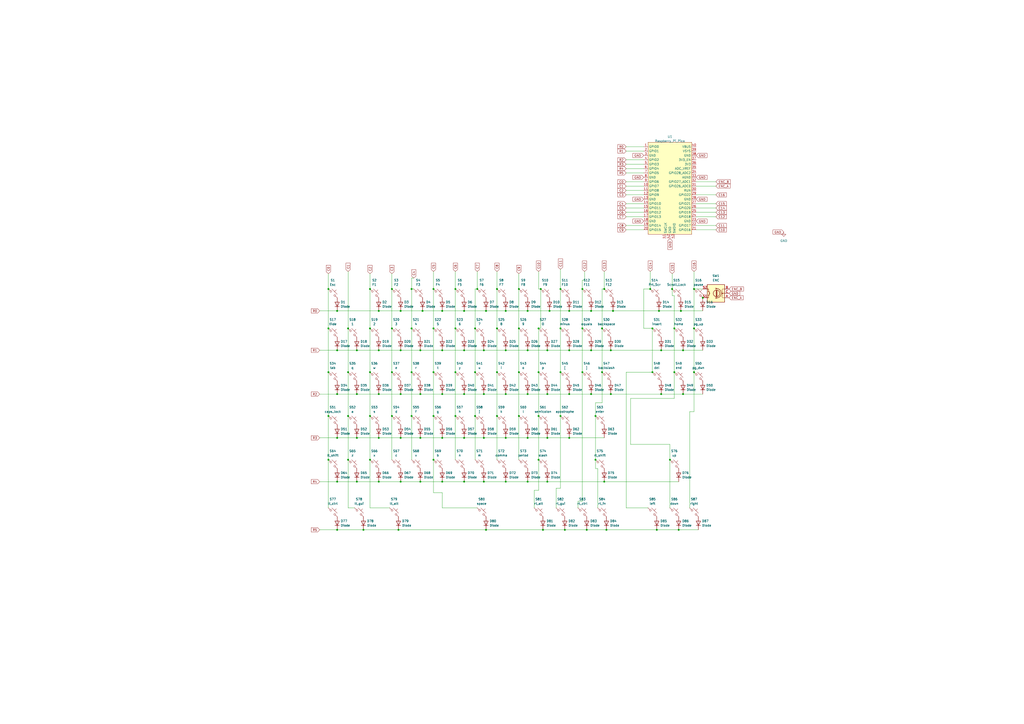
<source format=kicad_sch>
(kicad_sch (version 20230121) (generator eeschema)
  (paper "A2")
  (junction (at 232.41 228.6))
  (junction (at 293.37 279.4))
  (junction (at 293.37 203.2))
  (junction (at 190.5 241.3))
  (junction (at 288.29 215.9))
  (junction (at 214.63 190.5))
  (junction (at 306.07 180.34))
  (junction (at 251.46 190.5))
  (junction (at 207.01 203.2))
  (junction (at 378.46 190.5))
  (junction (at 394.97 180.34))
  (junction (at 232.41 203.2))
  (junction (at 288.29 241.3))
  (junction (at 325.12 241.3))
  (junction (at 227.33 241.3))
  (junction (at 300.99 190.5))
  (junction (at 306.07 203.2))
  (junction (at 195.58 180.34))
  (junction (at 190.5 215.9))
  (junction (at 251.46 266.7))
  (junction (at 269.24 203.2))
  (junction (at 350.52 279.4))
  (junction (at 377.19 167.64))
  (junction (at 210.82 307.34))
  (junction (at 312.42 266.7))
  (junction (at 349.25 190.5))
  (junction (at 256.54 203.2))
  (junction (at 288.29 190.5))
  (junction (at 269.24 228.6))
  (junction (at 243.84 228.6))
  (junction (at 391.16 215.9))
  (junction (at 402.59 215.9))
  (junction (at 256.54 180.34))
  (junction (at 219.71 254))
  (junction (at 402.59 190.5))
  (junction (at 195.58 307.34))
  (junction (at 251.46 215.9))
  (junction (at 306.07 279.4))
  (junction (at 330.2 254))
  (junction (at 293.37 180.34))
  (junction (at 381 307.34))
  (junction (at 207.01 279.4))
  (junction (at 345.44 241.3))
  (junction (at 306.07 228.6))
  (junction (at 355.6 180.34))
  (junction (at 275.59 190.5))
  (junction (at 276.86 167.64))
  (junction (at 337.82 167.64))
  (junction (at 275.59 215.9))
  (junction (at 393.7 307.34))
  (junction (at 201.93 215.9))
  (junction (at 300.99 215.9))
  (junction (at 238.76 167.64))
  (junction (at 293.37 254))
  (junction (at 227.33 190.5))
  (junction (at 280.67 254))
  (junction (at 195.58 279.4))
  (junction (at 269.24 254))
  (junction (at 342.9 180.34))
  (junction (at 201.93 241.3))
  (junction (at 330.2 203.2))
  (junction (at 251.46 241.3))
  (junction (at 317.5 254))
  (junction (at 280.67 203.2))
  (junction (at 201.93 190.5))
  (junction (at 251.46 167.64))
  (junction (at 317.5 228.6))
  (junction (at 195.58 203.2))
  (junction (at 337.82 190.5))
  (junction (at 325.12 215.9))
  (junction (at 313.69 167.64))
  (junction (at 314.96 307.34))
  (junction (at 280.67 279.4))
  (junction (at 396.24 228.6))
  (junction (at 269.24 180.34))
  (junction (at 256.54 279.4))
  (junction (at 354.33 203.2))
  (junction (at 238.76 241.3))
  (junction (at 231.14 307.34))
  (junction (at 312.42 241.3))
  (junction (at 349.25 215.9))
  (junction (at 407.67 172.72))
  (junction (at 243.84 254))
  (junction (at 219.71 203.2))
  (junction (at 342.9 203.2))
  (junction (at 300.99 167.64))
  (junction (at 190.5 190.5))
  (junction (at 327.66 307.34))
  (junction (at 325.12 190.5))
  (junction (at 232.41 254))
  (junction (at 317.5 203.2))
  (junction (at 256.54 254))
  (junction (at 219.71 180.34))
  (junction (at 190.5 266.7))
  (junction (at 342.9 228.6))
  (junction (at 293.37 228.6))
  (junction (at 256.54 228.6))
  (junction (at 264.16 215.9))
  (junction (at 340.36 307.34))
  (junction (at 214.63 266.7))
  (junction (at 300.99 241.3))
  (junction (at 232.41 180.34))
  (junction (at 207.01 254))
  (junction (at 391.16 190.5))
  (junction (at 269.24 279.4))
  (junction (at 288.29 167.64))
  (junction (at 243.84 279.4))
  (junction (at 378.46 215.9))
  (junction (at 350.52 167.64))
  (junction (at 382.27 180.34))
  (junction (at 207.01 228.6))
  (junction (at 312.42 215.9))
  (junction (at 227.33 167.64))
  (junction (at 312.42 190.5))
  (junction (at 325.12 167.64))
  (junction (at 281.94 180.34))
  (junction (at 264.16 241.3))
  (junction (at 227.33 215.9))
  (junction (at 318.77 180.34))
  (junction (at 219.71 228.6))
  (junction (at 245.11 180.34))
  (junction (at 214.63 241.3))
  (junction (at 317.5 279.4))
  (junction (at 351.79 307.34))
  (junction (at 389.89 167.64))
  (junction (at 275.59 241.3))
  (junction (at 264.16 190.5))
  (junction (at 330.2 228.6))
  (junction (at 232.41 279.4))
  (junction (at 195.58 254))
  (junction (at 383.54 228.6))
  (junction (at 345.44 266.7))
  (junction (at 264.16 167.64))
  (junction (at 190.5 167.64))
  (junction (at 281.94 307.34))
  (junction (at 219.71 279.4))
  (junction (at 201.93 266.7))
  (junction (at 337.82 215.9))
  (junction (at 396.24 203.2))
  (junction (at 402.59 167.64))
  (junction (at 388.62 266.7))
  (junction (at 214.63 215.9))
  (junction (at 383.54 203.2))
  (junction (at 306.07 254))
  (junction (at 238.76 190.5))
  (junction (at 243.84 203.2))
  (junction (at 214.63 167.64))
  (junction (at 354.33 228.6))
  (junction (at 238.76 215.9))
  (junction (at 280.67 228.6))
  (junction (at 330.2 180.34))
  (junction (at 195.58 228.6))
  (wire (pts (xy 227.33 158.75) (xy 227.33 167.64)))
  (wire (pts (xy 363.22 95.25) (xy 373.38 95.25)))
  (wire (pts (xy 355.6 180.34) (xy 382.27 180.34)))
  (wire (pts (xy 256.54 285.75) (xy 251.46 285.75)))
  (wire (pts (xy 363.22 133.35) (xy 373.38 133.35)))
  (wire (pts (xy 383.54 228.6) (xy 396.24 228.6)))
  (wire (pts (xy 354.33 203.2) (xy 383.54 203.2)))
  (wire (pts (xy 325.12 167.64) (xy 325.12 190.5)))
  (wire (pts (xy 219.71 254) (xy 232.41 254)))
  (wire (pts (xy 363.22 125.73) (xy 373.38 125.73)))
  (wire (pts (xy 269.24 228.6) (xy 280.67 228.6)))
  (wire (pts (xy 394.97 180.34) (xy 407.67 180.34)))
  (wire (pts (xy 275.59 190.5) (xy 275.59 167.64)))
  (wire (pts (xy 363.22 110.49) (xy 373.38 110.49)))
  (wire (pts (xy 349.25 167.64) (xy 350.52 167.64)))
  (wire (pts (xy 325.12 156.21) (xy 325.12 167.64)))
  (wire (pts (xy 214.63 294.64) (xy 226.06 294.64)))
  (wire (pts (xy 363.22 113.03) (xy 373.38 113.03)))
  (wire (pts (xy 227.33 167.64) (xy 227.33 190.5)))
  (wire (pts (xy 293.37 228.6) (xy 306.07 228.6)))
  (wire (pts (xy 243.84 203.2) (xy 256.54 203.2)))
  (wire (pts (xy 185.42 279.4) (xy 195.58 279.4)))
  (wire (pts (xy 293.37 254) (xy 306.07 254)))
  (wire (pts (xy 313.69 190.5) (xy 312.42 190.5)))
  (wire (pts (xy 238.76 167.64) (xy 240.03 167.64)))
  (wire (pts (xy 269.24 203.2) (xy 280.67 203.2)))
  (wire (pts (xy 403.86 105.41) (xy 415.29 105.41)))
  (wire (pts (xy 351.79 307.34) (xy 381 307.34)))
  (wire (pts (xy 214.63 190.5) (xy 214.63 215.9)))
  (wire (pts (xy 349.25 190.5) (xy 349.25 167.64)))
  (wire (pts (xy 190.5 190.5) (xy 190.5 215.9)))
  (wire (pts (xy 238.76 266.7) (xy 238.76 241.3)))
  (wire (pts (xy 403.86 123.19) (xy 415.29 123.19)))
  (wire (pts (xy 391.16 231.14) (xy 391.16 215.9)))
  (wire (pts (xy 312.42 284.48) (xy 312.42 266.7)))
  (wire (pts (xy 403.86 130.81) (xy 415.29 130.81)))
  (wire (pts (xy 363.22 100.33) (xy 373.38 100.33)))
  (wire (pts (xy 293.37 203.2) (xy 306.07 203.2)))
  (wire (pts (xy 363.22 107.95) (xy 373.38 107.95)))
  (wire (pts (xy 269.24 254) (xy 280.67 254)))
  (wire (pts (xy 232.41 279.4) (xy 243.84 279.4)))
  (wire (pts (xy 232.41 228.6) (xy 243.84 228.6)))
  (wire (pts (xy 245.11 180.34) (xy 256.54 180.34)))
  (wire (pts (xy 185.42 307.34) (xy 195.58 307.34)))
  (wire (pts (xy 214.63 167.64) (xy 214.63 190.5)))
  (wire (pts (xy 214.63 266.7) (xy 214.63 294.64)))
  (wire (pts (xy 219.71 203.2) (xy 232.41 203.2)))
  (wire (pts (xy 388.62 257.81) (xy 365.76 257.81)))
  (wire (pts (xy 256.54 180.34) (xy 269.24 180.34)))
  (wire (pts (xy 264.16 215.9) (xy 264.16 241.3)))
  (wire (pts (xy 306.07 279.4) (xy 317.5 279.4)))
  (wire (pts (xy 403.86 107.95) (xy 415.29 107.95)))
  (wire (pts (xy 214.63 241.3) (xy 214.63 266.7)))
  (wire (pts (xy 403.86 133.35) (xy 415.29 133.35)))
  (wire (pts (xy 256.54 203.2) (xy 269.24 203.2)))
  (wire (pts (xy 264.16 241.3) (xy 264.16 266.7)))
  (wire (pts (xy 349.25 233.68) (xy 349.25 215.9)))
  (wire (pts (xy 318.77 180.34) (xy 330.2 180.34)))
  (wire (pts (xy 317.5 228.6) (xy 330.2 228.6)))
  (wire (pts (xy 256.54 294.64) (xy 256.54 285.75)))
  (wire (pts (xy 219.71 228.6) (xy 232.41 228.6)))
  (wire (pts (xy 330.2 228.6) (xy 342.9 228.6)))
  (wire (pts (xy 402.59 238.76) (xy 400.05 238.76)))
  (wire (pts (xy 207.01 203.2) (xy 219.71 203.2)))
  (wire (pts (xy 393.7 307.34) (xy 405.13 307.34)))
  (wire (pts (xy 238.76 161.29) (xy 240.03 161.29)))
  (wire (pts (xy 396.24 228.6) (xy 407.67 228.6)))
  (wire (pts (xy 400.05 238.76) (xy 400.05 294.64)))
  (wire (pts (xy 378.46 190.5) (xy 378.46 215.9)))
  (wire (pts (xy 389.89 171.45) (xy 389.89 167.64)))
  (wire (pts (xy 195.58 254) (xy 207.01 254)))
  (wire (pts (xy 312.42 190.5) (xy 312.42 215.9)))
  (wire (pts (xy 330.2 180.34) (xy 342.9 180.34)))
  (wire (pts (xy 363.22 105.41) (xy 373.38 105.41)))
  (wire (pts (xy 365.76 257.81) (xy 365.76 231.14)))
  (wire (pts (xy 185.42 203.2) (xy 195.58 203.2)))
  (wire (pts (xy 185.42 254) (xy 195.58 254)))
  (wire (pts (xy 342.9 180.34) (xy 355.6 180.34)))
  (wire (pts (xy 281.94 180.34) (xy 293.37 180.34)))
  (wire (pts (xy 201.93 294.64) (xy 205.74 294.64)))
  (wire (pts (xy 345.44 241.3) (xy 345.44 266.7)))
  (wire (pts (xy 363.22 120.65) (xy 373.38 120.65)))
  (wire (pts (xy 232.41 180.34) (xy 245.11 180.34)))
  (wire (pts (xy 340.36 307.34) (xy 351.79 307.34)))
  (wire (pts (xy 275.59 215.9) (xy 275.59 190.5)))
  (wire (pts (xy 251.46 190.5) (xy 251.46 215.9)))
  (wire (pts (xy 345.44 233.68) (xy 349.25 233.68)))
  (wire (pts (xy 382.27 180.34) (xy 394.97 180.34)))
  (wire (pts (xy 309.88 294.64) (xy 309.88 284.48)))
  (wire (pts (xy 201.93 157.48) (xy 201.93 190.5)))
  (wire (pts (xy 363.22 85.09) (xy 373.38 85.09)))
  (wire (pts (xy 363.22 97.79) (xy 373.38 97.79)))
  (wire (pts (xy 342.9 203.2) (xy 354.33 203.2)))
  (wire (pts (xy 314.96 307.34) (xy 327.66 307.34)))
  (wire (pts (xy 312.42 167.64) (xy 313.69 167.64)))
  (wire (pts (xy 243.84 228.6) (xy 256.54 228.6)))
  (wire (pts (xy 264.16 157.48) (xy 264.16 167.64)))
  (wire (pts (xy 256.54 254) (xy 269.24 254)))
  (wire (pts (xy 275.59 241.3) (xy 275.59 215.9)))
  (wire (pts (xy 363.22 294.64) (xy 375.92 294.64)))
  (wire (pts (xy 264.16 167.64) (xy 264.16 190.5)))
  (wire (pts (xy 378.46 215.9) (xy 363.22 215.9)))
  (wire (pts (xy 251.46 215.9) (xy 251.46 241.3)))
  (wire (pts (xy 195.58 203.2) (xy 207.01 203.2)))
  (wire (pts (xy 201.93 190.5) (xy 201.93 215.9)))
  (wire (pts (xy 251.46 241.3) (xy 251.46 266.7)))
  (wire (pts (xy 325.12 283.21) (xy 325.12 241.3)))
  (wire (pts (xy 306.07 228.6) (xy 317.5 228.6)))
  (wire (pts (xy 349.25 190.5) (xy 349.25 215.9)))
  (wire (pts (xy 330.2 203.2) (xy 342.9 203.2)))
  (wire (pts (xy 363.22 130.81) (xy 373.38 130.81)))
  (wire (pts (xy 288.29 190.5) (xy 288.29 215.9)))
  (wire (pts (xy 275.59 167.64) (xy 276.86 167.64)))
  (wire (pts (xy 325.12 215.9) (xy 325.12 241.3)))
  (wire (pts (xy 300.99 167.64) (xy 300.99 190.5)))
  (wire (pts (xy 363.22 123.19) (xy 373.38 123.19)))
  (wire (pts (xy 288.29 157.48) (xy 288.29 167.64)))
  (wire (pts (xy 322.58 283.21) (xy 325.12 283.21)))
  (wire (pts (xy 350.52 157.48) (xy 350.52 167.64)))
  (wire (pts (xy 207.01 279.4) (xy 219.71 279.4)))
  (wire (pts (xy 337.82 290.83) (xy 335.28 290.83)))
  (wire (pts (xy 381 307.34) (xy 393.7 307.34)))
  (wire (pts (xy 190.5 215.9) (xy 190.5 241.3)))
  (wire (pts (xy 391.16 190.5) (xy 391.16 215.9)))
  (wire (pts (xy 280.67 254) (xy 293.37 254)))
  (wire (pts (xy 373.38 190.5) (xy 378.46 190.5)))
  (wire (pts (xy 300.99 158.75) (xy 300.99 167.64)))
  (wire (pts (xy 195.58 279.4) (xy 207.01 279.4)))
  (wire (pts (xy 288.29 215.9) (xy 288.29 241.3)))
  (wire (pts (xy 354.33 228.6) (xy 383.54 228.6)))
  (wire (pts (xy 276.86 294.64) (xy 256.54 294.64)))
  (wire (pts (xy 346.71 271.78) (xy 345.44 271.78)))
  (wire (pts (xy 201.93 266.7) (xy 201.93 294.64)))
  (wire (pts (xy 346.71 294.64) (xy 346.71 271.78)))
  (wire (pts (xy 288.29 241.3) (xy 288.29 266.7)))
  (wire (pts (xy 317.5 254) (xy 330.2 254)))
  (wire (pts (xy 403.86 120.65) (xy 415.29 120.65)))
  (wire (pts (xy 403.86 113.03) (xy 415.29 113.03)))
  (wire (pts (xy 403.86 118.11) (xy 415.29 118.11)))
  (wire (pts (xy 350.52 279.4) (xy 393.7 279.4)))
  (wire (pts (xy 402.59 215.9) (xy 402.59 238.76)))
  (wire (pts (xy 383.54 203.2) (xy 396.24 203.2)))
  (wire (pts (xy 214.63 215.9) (xy 214.63 241.3)))
  (wire (pts (xy 337.82 190.5) (xy 337.82 215.9)))
  (wire (pts (xy 317.5 203.2) (xy 330.2 203.2)))
  (wire (pts (xy 388.62 266.7) (xy 388.62 294.64)))
  (wire (pts (xy 219.71 279.4) (xy 232.41 279.4)))
  (wire (pts (xy 231.14 307.34) (xy 281.94 307.34)))
  (wire (pts (xy 190.5 158.75) (xy 190.5 167.64)))
  (wire (pts (xy 195.58 307.34) (xy 210.82 307.34)))
  (wire (pts (xy 227.33 190.5) (xy 227.33 215.9)))
  (wire (pts (xy 313.69 167.64) (xy 313.69 190.5)))
  (wire (pts (xy 207.01 228.6) (xy 219.71 228.6)))
  (wire (pts (xy 293.37 279.4) (xy 306.07 279.4)))
  (wire (pts (xy 345.44 266.7) (xy 345.44 271.78)))
  (wire (pts (xy 201.93 215.9) (xy 201.93 241.3)))
  (wire (pts (xy 280.67 203.2) (xy 293.37 203.2)))
  (wire (pts (xy 402.59 190.5) (xy 402.59 215.9)))
  (wire (pts (xy 280.67 228.6) (xy 293.37 228.6)))
  (wire (pts (xy 337.82 167.64) (xy 337.82 190.5)))
  (wire (pts (xy 391.16 190.5) (xy 391.16 171.45)))
  (wire (pts (xy 402.59 167.64) (xy 402.59 190.5)))
  (wire (pts (xy 317.5 279.4) (xy 350.52 279.4)))
  (wire (pts (xy 185.42 180.34) (xy 195.58 180.34)))
  (wire (pts (xy 377.19 167.64) (xy 373.38 167.64)))
  (wire (pts (xy 402.59 157.48) (xy 402.59 167.64)))
  (wire (pts (xy 264.16 190.5) (xy 264.16 215.9)))
  (wire (pts (xy 190.5 266.7) (xy 190.5 294.64)))
  (wire (pts (xy 312.42 241.3) (xy 312.42 266.7)))
  (wire (pts (xy 388.62 266.7) (xy 388.62 257.81)))
  (wire (pts (xy 201.93 241.3) (xy 201.93 266.7)))
  (wire (pts (xy 243.84 279.4) (xy 256.54 279.4)))
  (wire (pts (xy 238.76 241.3) (xy 238.76 215.9)))
  (wire (pts (xy 190.5 167.64) (xy 190.5 190.5)))
  (wire (pts (xy 256.54 279.4) (xy 269.24 279.4)))
  (wire (pts (xy 306.07 180.34) (xy 318.77 180.34)))
  (wire (pts (xy 269.24 279.4) (xy 280.67 279.4)))
  (wire (pts (xy 251.46 167.64) (xy 251.46 190.5)))
  (wire (pts (xy 195.58 180.34) (xy 219.71 180.34)))
  (wire (pts (xy 185.42 228.6) (xy 195.58 228.6)))
  (wire (pts (xy 325.12 190.5) (xy 325.12 215.9)))
  (wire (pts (xy 365.76 231.14) (xy 391.16 231.14)))
  (wire (pts (xy 214.63 158.75) (xy 214.63 167.64)))
  (wire (pts (xy 306.07 254) (xy 317.5 254)))
  (wire (pts (xy 227.33 241.3) (xy 227.33 266.7)))
  (wire (pts (xy 330.2 254) (xy 350.52 254)))
  (wire (pts (xy 403.86 125.73) (xy 415.29 125.73)))
  (wire (pts (xy 238.76 167.64) (xy 238.76 161.29)))
  (wire (pts (xy 232.41 254) (xy 243.84 254)))
  (wire (pts (xy 207.01 254) (xy 219.71 254)))
  (wire (pts (xy 312.42 215.9) (xy 312.42 241.3)))
  (wire (pts (xy 288.29 167.64) (xy 288.29 190.5)))
  (wire (pts (xy 337.82 215.9) (xy 337.82 290.83)))
  (wire (pts (xy 300.99 215.9) (xy 300.99 241.3)))
  (wire (pts (xy 322.58 294.64) (xy 322.58 283.21)))
  (wire (pts (xy 190.5 241.3) (xy 190.5 266.7)))
  (wire (pts (xy 306.07 203.2) (xy 317.5 203.2)))
  (wire (pts (xy 373.38 167.64) (xy 373.38 190.5)))
  (wire (pts (xy 281.94 307.34) (xy 314.96 307.34)))
  (wire (pts (xy 327.66 307.34) (xy 340.36 307.34)))
  (wire (pts (xy 391.16 171.45) (xy 389.89 171.45)))
  (wire (pts (xy 342.9 228.6) (xy 354.33 228.6)))
  (wire (pts (xy 251.46 266.7) (xy 251.46 285.75)))
  (wire (pts (xy 337.82 162.56) (xy 337.82 167.64)))
  (wire (pts (xy 293.37 180.34) (xy 306.07 180.34)))
  (wire (pts (xy 227.33 215.9) (xy 227.33 241.3)))
  (wire (pts (xy 345.44 233.68) (xy 345.44 241.3)))
  (wire (pts (xy 210.82 307.34) (xy 231.14 307.34)))
  (wire (pts (xy 219.71 180.34) (xy 232.41 180.34)))
  (wire (pts (xy 269.24 180.34) (xy 281.94 180.34)))
  (wire (pts (xy 377.19 157.48) (xy 377.19 167.64)))
  (wire (pts (xy 251.46 157.48) (xy 251.46 167.64)))
  (wire (pts (xy 300.99 241.3) (xy 300.99 266.7)))
  (wire (pts (xy 339.09 162.56) (xy 337.82 162.56)))
  (wire (pts (xy 280.67 279.4) (xy 293.37 279.4)))
  (wire (pts (xy 389.89 167.64) (xy 389.89 158.75)))
  (wire (pts (xy 396.24 203.2) (xy 407.67 203.2)))
  (wire (pts (xy 275.59 266.7) (xy 275.59 241.3)))
  (wire (pts (xy 300.99 190.5) (xy 300.99 215.9)))
  (wire (pts (xy 195.58 228.6) (xy 207.01 228.6)))
  (wire (pts (xy 309.88 284.48) (xy 312.42 284.48)))
  (wire (pts (xy 335.28 290.83) (xy 335.28 294.64)))
  (wire (pts (xy 256.54 228.6) (xy 269.24 228.6)))
  (wire (pts (xy 312.42 157.48) (xy 312.42 167.64)))
  (wire (pts (xy 363.22 215.9) (xy 363.22 294.64)))
  (wire (pts (xy 402.59 167.64) (xy 407.67 167.64)))
  (wire (pts (xy 232.41 203.2) (xy 243.84 203.2)))
  (wire (pts (xy 238.76 215.9) (xy 238.76 190.5)))
  (wire (pts (xy 363.22 118.11) (xy 373.38 118.11)))
  (wire (pts (xy 363.22 92.71) (xy 373.38 92.71)))
  (wire (pts (xy 339.09 157.48) (xy 339.09 162.56)))
  (wire (pts (xy 243.84 254) (xy 256.54 254)))
  (wire (pts (xy 363.22 87.63) (xy 373.38 87.63)))
  (wire (pts (xy 238.76 190.5) (xy 238.76 167.64)))
  (wire (pts (xy 276.86 157.48) (xy 276.86 167.64)))
  (global_label "R5" (shape input) (at 363.22 100.33 180) (property "Intersheetrefs" "${INTERSHEET_REFS}" (effects hide)))
  (global_label "C16" (shape input) (at 402.59 157.48 90) (property "Intersheetrefs" "${INTERSHEET_REFS}" (effects hide)))
  (global_label "C13" (shape input) (at 350.52 157.48 90) (property "Intersheetrefs" "${INTERSHEET_REFS}" (effects hide)))
  (global_label "C6" (shape input) (at 264.16 157.48 90) (property "Intersheetrefs" "${INTERSHEET_REFS}" (effects hide)))
  (global_label "GND" (shape input) (at 403.86 115.57 0) (property "Intersheetrefs" "${INTERSHEET_REFS}" (effects hide)))
  (global_label "C10" (shape input) (at 415.29 133.35 0) (property "Intersheetrefs" "${INTERSHEET_REFS}" (effects hide)))
  (global_label "GND" (shape input) (at 373.38 90.17 180) (property "Intersheetrefs" "${INTERSHEET_REFS}" (effects hide)))
  (global_label "GND" (shape input) (at 388.62 138.43 270) (property "Intersheetrefs" "${INTERSHEET_REFS}" (effects hide)))
  (global_label "C6" (shape input) (at 363.22 123.19 180) (property "Intersheetrefs" "${INTERSHEET_REFS}" (effects hide)))
  (global_label "C9" (shape input) (at 300.99 158.75 90) (property "Intersheetrefs" "${INTERSHEET_REFS}" (effects hide)))
  (global_label "C9" (shape input) (at 363.22 133.35 180) (property "Intersheetrefs" "${INTERSHEET_REFS}" (effects hide)))
  (global_label "C7" (shape input) (at 276.86 157.48 90) (property "Intersheetrefs" "${INTERSHEET_REFS}" (effects hide)))
  (global_label "R1" (shape input) (at 185.42 203.2 180) (property "Intersheetrefs" "${INTERSHEET_REFS}" (effects hide)))
  (global_label "ENC_B" (shape input) (at 422.91 167.64 0) (property "Intersheetrefs" "${INTERSHEET_REFS}" (effects hide)))
  (global_label "C15" (shape input) (at 389.89 158.75 90) (property "Intersheetrefs" "${INTERSHEET_REFS}" (effects hide)))
  (global_label "R3" (shape input) (at 185.42 254 180) (property "Intersheetrefs" "${INTERSHEET_REFS}" (effects hide)))
  (global_label "C7" (shape input) (at 363.22 125.73 180) (property "Intersheetrefs" "${INTERSHEET_REFS}" (effects hide)))
  (global_label "C0" (shape input) (at 190.5 158.75 90) (property "Intersheetrefs" "${INTERSHEET_REFS}" (effects hide)))
  (global_label "C2" (shape input) (at 214.63 158.75 90) (property "Intersheetrefs" "${INTERSHEET_REFS}" (effects hide)))
  (global_label "C10" (shape input) (at 312.42 157.48 90) (property "Intersheetrefs" "${INTERSHEET_REFS}" (effects hide)))
  (global_label "C0" (shape input) (at 363.22 105.41 180) (property "Intersheetrefs" "${INTERSHEET_REFS}" (effects hide)))
  (global_label "GND" (shape input) (at 422.91 170.18 0) (property "Intersheetrefs" "${INTERSHEET_REFS}" (effects hide)))
  (global_label "ENC_A" (shape input) (at 415.29 107.95 0) (property "Intersheetrefs" "${INTERSHEET_REFS}" (effects hide)))
  (global_label "C11" (shape input) (at 325.12 156.21 90) (property "Intersheetrefs" "${INTERSHEET_REFS}" (effects hide)))
  (global_label "C3" (shape input) (at 363.22 113.03 180) (property "Intersheetrefs" "${INTERSHEET_REFS}" (effects hide)))
  (global_label "R2" (shape input) (at 363.22 92.71 180) (property "Intersheetrefs" "${INTERSHEET_REFS}" (effects hide)))
  (global_label "R1" (shape input) (at 363.22 87.63 180) (property "Intersheetrefs" "${INTERSHEET_REFS}" (effects hide)))
  (global_label "C12" (shape input) (at 339.09 157.48 90) (property "Intersheetrefs" "${INTERSHEET_REFS}" (effects hide)))
  (global_label "C2" (shape input) (at 363.22 110.49 180) (property "Intersheetrefs" "${INTERSHEET_REFS}" (effects hide)))
  (global_label "R2" (shape input) (at 185.42 228.6 180) (property "Intersheetrefs" "${INTERSHEET_REFS}" (effects hide)))
  (global_label "R4" (shape input) (at 363.22 97.79 180) (property "Intersheetrefs" "${INTERSHEET_REFS}" (effects hide)))
  (global_label "C14" (shape input) (at 415.29 120.65 0) (property "Intersheetrefs" "${INTERSHEET_REFS}" (effects hide)))
  (global_label "GND" (shape input) (at 403.86 128.27 0) (property "Intersheetrefs" "${INTERSHEET_REFS}" (effects hide)))
  (global_label "C1" (shape input) (at 201.93 157.48 90) (property "Intersheetrefs" "${INTERSHEET_REFS}" (effects hide)))
  (global_label "GND" (shape input) (at 454.66 134.62 180) (property "Intersheetrefs" "${INTERSHEET_REFS}" (effects hide)))
  (global_label "C4" (shape input) (at 240.03 161.29 90) (property "Intersheetrefs" "${INTERSHEET_REFS}" (effects hide)))
  (global_label "GND" (shape input) (at 403.86 102.87 0) (property "Intersheetrefs" "${INTERSHEET_REFS}" (effects hide)))
  (global_label "R0" (shape input) (at 185.42 180.34 180) (property "Intersheetrefs" "${INTERSHEET_REFS}" (effects hide)))
  (global_label "GND" (shape input) (at 373.38 102.87 180) (property "Intersheetrefs" "${INTERSHEET_REFS}" (effects hide)))
  (global_label "GND" (shape input) (at 403.86 90.17 0) (property "Intersheetrefs" "${INTERSHEET_REFS}" (effects hide)))
  (global_label "C4" (shape input) (at 363.22 118.11 180) (property "Intersheetrefs" "${INTERSHEET_REFS}" (effects hide)))
  (global_label "C14" (shape input) (at 377.19 157.48 90) (property "Intersheetrefs" "${INTERSHEET_REFS}" (effects hide)))
  (global_label "C3" (shape input) (at 227.33 158.75 90) (property "Intersheetrefs" "${INTERSHEET_REFS}" (effects hide)))
  (global_label "R5" (shape input) (at 185.42 307.34 180) (property "Intersheetrefs" "${INTERSHEET_REFS}" (effects hide)))
  (global_label "R3" (shape input) (at 363.22 95.25 180) (property "Intersheetrefs" "${INTERSHEET_REFS}" (effects hide)))
  (global_label "GND" (shape input) (at 373.38 128.27 180) (property "Intersheetrefs" "${INTERSHEET_REFS}" (effects hide)))
  (global_label "C5" (shape input) (at 251.46 157.48 90) (property "Intersheetrefs" "${INTERSHEET_REFS}" (effects hide)))
  (global_label "GND" (shape input) (at 373.38 115.57 180) (property "Intersheetrefs" "${INTERSHEET_REFS}" (effects hide)))
  (global_label "C5" (shape input) (at 363.22 120.65 180) (property "Intersheetrefs" "${INTERSHEET_REFS}" (effects hide)))
  (global_label "C1" (shape input) (at 363.22 107.95 180) (property "Intersheetrefs" "${INTERSHEET_REFS}" (effects hide)))
  (global_label "ENC_A" (shape input) (at 422.91 172.72 0) (property "Intersheetrefs" "${INTERSHEET_REFS}" (effects hide)))
  (global_label "C8" (shape input) (at 363.22 130.81 180) (property "Intersheetrefs" "${INTERSHEET_REFS}" (effects hide)))
  (global_label "C11" (shape input) (at 415.29 130.81 0) (property "Intersheetrefs" "${INTERSHEET_REFS}" (effects hide)))
  (global_label "C8" (shape input) (at 288.29 157.48 90) (property "Intersheetrefs" "${INTERSHEET_REFS}" (effects hide)))
  (global_label "C13" (shape input) (at 415.29 123.19 0) (property "Intersheetrefs" "${INTERSHEET_REFS}" (effects hide)))
  (global_label "C12" (shape input) (at 415.29 125.73 0) (property "Intersheetrefs" "${INTERSHEET_REFS}" (effects hide)))
  (global_label "C15" (shape input) (at 415.29 118.11 0) (property "Intersheetrefs" "${INTERSHEET_REFS}" (effects hide)))
  (global_label "R0" (shape input) (at 363.22 85.09 180) (property "Intersheetrefs" "${INTERSHEET_REFS}" (effects hide)))
  (global_label "R4" (shape input) (at 185.42 279.4 180) (property "Intersheetrefs" "${INTERSHEET_REFS}" (effects hide)))
  (global_label "C16" (shape input) (at 415.29 113.03 0) (property "Intersheetrefs" "${INTERSHEET_REFS}" (effects hide)))
  (global_label "ENC_B" (shape input) (at 415.29 105.41 0) (property "Intersheetrefs" "${INTERSHEET_REFS}" (effects hide)))
  (symbol (lib_id "ScottoKeebs:Placeholder_Keyswitch") (at 314.96 269.24 0) (unit 1)
    (property "Reference" "S74" (at 314.96 261.62 0))
    (property "Value" "slash" (at 314.96 264.16 0))
    (property "Footprint" "ScottoKeebs_MX:MX_PCB" (effects hide))
  )
  (symbol (lib_id "ScottoKeebs:Placeholder_Diode") (at 382.27 176.53 90) (unit 1)
    (property "Reference" "D14" (at 384.302 175.26 90) (effects (justify right)))
    (property "Value" "Diode" (at 384.302 177.8 90) (effects (justify right)))
    (property "Footprint" "Keebio-Parts:Diode-hybrid-3pad" (effects hide))
    (property "Sim.Device" "D" (effects hide))
    (property "Sim.Pins" "1=K 2=A" (effects hide))
  )
  (symbol (lib_id "ScottoKeebs:Placeholder_Keyswitch") (at 217.17 170.18 0) (unit 1)
    (property "Reference" "S2" (at 217.17 162.56 0))
    (property "Value" "F1" (at 217.17 165.1 0))
    (property "Footprint" "ScottoKeebs_MX:MX_PCB" (effects hide))
  )
  (symbol (lib_id "ScottoKeebs:Placeholder_Diode") (at 330.2 199.39 90) (unit 1)
    (property "Reference" "D28" (at 332.232 198.12 90) (effects (justify right)))
    (property "Value" "Diode" (at 332.232 200.66 90) (effects (justify right)))
    (property "Footprint" "Keebio-Parts:Diode-hybrid-3pad" (effects hide))
    (property "Sim.Device" "D" (effects hide))
    (property "Sim.Pins" "1=K 2=A" (effects hide))
  )
  (symbol (lib_id "ScottoKeebs:Placeholder_Keyswitch") (at 303.53 170.18 0) (unit 1)
    (property "Reference" "S9" (at 303.53 162.56 0))
    (property "Value" "F8" (at 303.53 165.1 0))
    (property "Footprint" "ScottoKeebs_MX:MX_PCB" (effects hide))
  )
  (symbol (lib_id "ScottoKeebs:Placeholder_Diode") (at 195.58 250.19 90) (unit 1)
    (property "Reference" "D51" (at 197.612 248.92 90) (effects (justify right)))
    (property "Value" "Diode" (at 197.612 251.46 90) (effects (justify right)))
    (property "Footprint" "Keebio-Parts:Diode-hybrid-3pad" (effects hide))
    (property "Sim.Device" "D" (effects hide))
    (property "Sim.Pins" "1=K 2=A" (effects hide))
  )
  (symbol (lib_id "ScottoKeebs:Placeholder_Diode") (at 381 303.53 90) (unit 1)
    (property "Reference" "D85" (at 383.032 302.26 90) (effects (justify right)))
    (property "Value" "Diode" (at 383.032 304.8 90) (effects (justify right)))
    (property "Footprint" "Keebio-Parts:Diode-hybrid-3pad" (effects hide))
    (property "Sim.Device" "D" (effects hide))
    (property "Sim.Pins" "1=K 2=A" (effects hide))
  )
  (symbol (lib_id "ScottoKeebs:Placeholder_Diode") (at 219.71 176.53 90) (unit 1)
    (property "Reference" "D2" (at 221.742 175.26 90) (effects (justify right)))
    (property "Value" "Diode" (at 221.742 177.8 90) (effects (justify right)))
    (property "Footprint" "Keebio-Parts:Diode-hybrid-3pad" (effects hide))
    (property "Sim.Device" "D" (effects hide))
    (property "Sim.Pins" "1=K 2=A" (effects hide))
  )
  (symbol (lib_id "ScottoKeebs:Placeholder_Keyswitch") (at 392.43 170.18 0) (unit 1)
    (property "Reference" "S15" (at 392.43 162.56 0))
    (property "Value" "Scroll_Lock" (at 392.43 165.1 0))
    (property "Footprint" "ScottoKeebs_MX:MX_PCB" (effects hide))
  )
  (symbol (lib_id "ScottoKeebs:Placeholder_Diode") (at 280.67 275.59 90) (unit 1)
    (property "Reference" "D71" (at 282.702 274.32 90) (effects (justify right)))
    (property "Value" "Diode" (at 282.702 276.86 90) (effects (justify right)))
    (property "Footprint" "Keebio-Parts:Diode-hybrid-3pad" (effects hide))
    (property "Sim.Device" "D" (effects hide))
    (property "Sim.Pins" "1=K 2=A" (effects hide))
  )
  (symbol (lib_id "ScottoKeebs:MCU_Raspberry_Pi_Pico") (at 388.62 109.22 0) (unit 1)
    (property "Reference" "U1" (at 388.62 79.248 0))
    (property "Value" "Raspberry_Pi_Pico" (at 388.62 81.788 0))
    (property "Footprint" "ScottoKeebs_MCU:Raspberry_Pi_Pico_Flipped" (effects hide))
  )
  (symbol (lib_id "ScottoKeebs:Placeholder_Diode") (at 256.54 275.59 90) (unit 1)
    (property "Reference" "D69" (at 258.572 274.32 90) (effects (justify right)))
    (property "Value" "Diode" (at 258.572 276.86 90) (effects (justify right)))
    (property "Footprint" "Keebio-Parts:Diode-hybrid-3pad" (effects hide))
    (property "Sim.Device" "D" (effects hide))
    (property "Sim.Pins" "1=K 2=A" (effects hide))
  )
  (symbol (lib_id "ScottoKeebs:Placeholder_Diode") (at 219.71 224.79 90) (unit 1)
    (property "Reference" "D36" (at 221.742 223.52 90) (effects (justify right)))
    (property "Value" "Diode" (at 221.742 226.06 90) (effects (justify right)))
    (property "Footprint" "Keebio-Parts:Diode-hybrid-3pad" (effects hide))
    (property "Sim.Device" "D" (effects hide))
    (property "Sim.Pins" "1=K 2=A" (effects hide))
  )
  (symbol (lib_id "ScottoKeebs:Placeholder_Diode") (at 195.58 176.53 90) (unit 1)
    (property "Reference" "D1" (at 197.612 175.26 90) (effects (justify right)))
    (property "Value" "Diode" (at 197.612 177.8 90) (effects (justify right)))
    (property "Footprint" "Keebio-Parts:Diode-hybrid-3pad" (effects hide))
    (property "Sim.Device" "D" (effects hide))
    (property "Sim.Pins" "1=K 2=A" (effects hide))
  )
  (symbol (lib_id "ScottoKeebs:Placeholder_Diode") (at 350.52 250.19 90) (unit 1)
    (property "Reference" "D63" (at 352.552 248.92 90) (effects (justify right)))
    (property "Value" "Diode" (at 352.552 251.46 90) (effects (justify right)))
    (property "Footprint" "Keebio-Parts:Diode-hybrid-3pad" (effects hide))
    (property "Sim.Device" "D" (effects hide))
    (property "Sim.Pins" "1=K 2=A" (effects hide))
  )
  (symbol (lib_id "ScottoKeebs:Placeholder_Diode") (at 327.66 303.53 90) (unit 1)
    (property "Reference" "D82" (at 329.692 302.26 90) (effects (justify right)))
    (property "Value" "Diode" (at 329.692 304.8 90) (effects (justify right)))
    (property "Footprint" "Keebio-Parts:Diode-hybrid-3pad" (effects hide))
    (property "Sim.Device" "D" (effects hide))
    (property "Sim.Pins" "1=K 2=A" (effects hide))
  )
  (symbol (lib_id "ScottoKeebs:Placeholder_Diode") (at 232.41 250.19 90) (unit 1)
    (property "Reference" "D54" (at 234.442 248.92 90) (effects (justify right)))
    (property "Value" "Diode" (at 234.442 251.46 90) (effects (justify right)))
    (property "Footprint" "Keebio-Parts:Diode-hybrid-3pad" (effects hide))
    (property "Sim.Device" "D" (effects hide))
    (property "Sim.Pins" "1=K 2=A" (effects hide))
  )
  (symbol (lib_id "ScottoKeebs:Placeholder_Diode") (at 219.71 275.59 90) (unit 1)
    (property "Reference" "D66" (at 221.742 274.32 90) (effects (justify right)))
    (property "Value" "Diode" (at 221.742 276.86 90) (effects (justify right)))
    (property "Footprint" "Keebio-Parts:Diode-hybrid-3pad" (effects hide))
    (property "Sim.Device" "D" (effects hide))
    (property "Sim.Pins" "1=K 2=A" (effects hide))
  )
  (symbol (lib_id "ScottoKeebs:Placeholder_Diode") (at 317.5 250.19 90) (unit 1)
    (property "Reference" "D61" (at 319.532 248.92 90) (effects (justify right)))
    (property "Value" "Diode" (at 319.532 251.46 90) (effects (justify right)))
    (property "Footprint" "Keebio-Parts:Diode-hybrid-3pad" (effects hide))
    (property "Sim.Device" "D" (effects hide))
    (property "Sim.Pins" "1=K 2=A" (effects hide))
  )
  (symbol (lib_id "ScottoKeebs:Placeholder_Keyswitch") (at 325.12 297.18 0) (unit 1)
    (property "Reference" "S82" (at 325.12 289.56 0))
    (property "Value" "rt_gui" (at 325.12 292.1 0))
    (property "Footprint" "ScottoKeebs_MX:MX_PCB" (effects hide))
  )
  (symbol (lib_id "ScottoKeebs:Placeholder_Diode") (at 281.94 176.53 90) (unit 1)
    (property "Reference" "D7" (at 283.972 175.26 90) (effects (justify right)))
    (property "Value" "Diode" (at 283.972 177.8 90) (effects (justify right)))
    (property "Footprint" "Keebio-Parts:Diode-hybrid-3pad" (effects hide))
    (property "Sim.Device" "D" (effects hide))
    (property "Sim.Pins" "1=K 2=A" (effects hide))
  )
  (symbol (lib_id "ScottoKeebs:Placeholder_Keyswitch") (at 217.17 269.24 0) (unit 1)
    (property "Reference" "S66" (at 217.17 261.62 0))
    (property "Value" "x" (at 217.17 264.16 0))
    (property "Footprint" "ScottoKeebs_MX:MX_PCB" (effects hide))
  )
  (symbol (lib_id "ScottoKeebs:Placeholder_Keyswitch") (at 241.3 193.04 0) (unit 1)
    (property "Reference" "S21" (at 241.3 185.42 0))
    (property "Value" "4" (at 241.3 187.96 0))
    (property "Footprint" "ScottoKeebs_MX:MX_PCB" (effects hide))
  )
  (symbol (lib_id "power:GND") (at 454.66 134.62 0) (unit 1)
    (property "Reference" "#PWR01" (effects hide))
    (property "Value" "GND" (at 454.66 139.7 0))
  )
  (symbol (lib_id "ScottoKeebs:Placeholder_Diode") (at 330.2 250.19 90) (unit 1)
    (property "Reference" "D62" (at 332.232 248.92 90) (effects (justify right)))
    (property "Value" "Diode" (at 332.232 251.46 90) (effects (justify right)))
    (property "Footprint" "Keebio-Parts:Diode-hybrid-3pad" (effects hide))
    (property "Sim.Device" "D" (effects hide))
    (property "Sim.Pins" "1=K 2=A" (effects hide))
  )
  (symbol (lib_id "ScottoKeebs:Placeholder_Keyswitch") (at 204.47 193.04 0) (unit 1)
    (property "Reference" "S18" (at 204.47 185.42 0))
    (property "Value" "1" (at 204.47 187.96 0))
    (property "Footprint" "ScottoKeebs_MX:MX_PCB" (effects hide))
  )
  (symbol (lib_id "ScottoKeebs:Placeholder_Keyswitch") (at 327.66 170.18 0) (unit 1)
    (property "Reference" "S11" (at 327.66 162.56 0))
    (property "Value" "F10" (at 327.66 165.1 0))
    (property "Footprint" "ScottoKeebs_MX:MX_PCB" (effects hide))
  )
  (symbol (lib_id "ScottoKeebs:Placeholder_Diode") (at 280.67 199.39 90) (unit 1)
    (property "Reference" "D24" (at 282.702 198.12 90) (effects (justify right)))
    (property "Value" "Diode" (at 282.702 200.66 90) (effects (justify right)))
    (property "Footprint" "Keebio-Parts:Diode-hybrid-3pad" (effects hide))
    (property "Sim.Device" "D" (effects hide))
    (property "Sim.Pins" "1=K 2=A" (effects hide))
  )
  (symbol (lib_id "ScottoKeebs:Placeholder_Diode") (at 207.01 250.19 90) (unit 1)
    (property "Reference" "D52" (at 209.042 248.92 90) (effects (justify right)))
    (property "Value" "Diode" (at 209.042 251.46 90) (effects (justify right)))
    (property "Footprint" "Keebio-Parts:Diode-hybrid-3pad" (effects hide))
    (property "Sim.Device" "D" (effects hide))
    (property "Sim.Pins" "1=K 2=A" (effects hide))
  )
  (symbol (lib_id "ScottoKeebs:Placeholder_Diode") (at 407.67 224.79 90) (unit 1)
    (property "Reference" "D50" (at 409.702 223.52 90) (effects (justify right)))
    (property "Value" "Diode" (at 409.702 226.06 90) (effects (justify right)))
    (property "Footprint" "Keebio-Parts:Diode-hybrid-3pad" (effects hide))
    (property "Sim.Device" "D" (effects hide))
    (property "Sim.Pins" "1=K 2=A" (effects hide))
  )
  (symbol (lib_id "ScottoKeebs:Placeholder_Diode") (at 232.41 275.59 90) (unit 1)
    (property "Reference" "D67" (at 234.442 274.32 90) (effects (justify right)))
    (property "Value" "Diode" (at 234.442 276.86 90) (effects (justify right)))
    (property "Footprint" "Keebio-Parts:Diode-hybrid-3pad" (effects hide))
    (property "Sim.Device" "D" (effects hide))
    (property "Sim.Pins" "1=K 2=A" (effects hide))
  )
  (symbol (lib_id "ScottoKeebs:Placeholder_Diode") (at 407.67 176.53 90) (unit 1)
    (property "Reference" "D16" (at 409.702 175.26 90) (effects (justify right)))
    (property "Value" "Diode" (at 409.702 177.8 90) (effects (justify right)))
    (property "Footprint" "Keebio-Parts:Diode-hybrid-3pad" (effects hide))
    (property "Sim.Device" "D" (effects hide))
    (property "Sim.Pins" "1=K 2=A" (effects hide))
  )
  (symbol (lib_id "ScottoKeebs:Placeholder_Keyswitch") (at 316.23 170.18 0) (unit 1)
    (property "Reference" "S10" (at 316.23 162.56 0))
    (property "Value" "F9" (at 316.23 165.1 0))
    (property "Footprint" "ScottoKeebs_MX:MX_PCB" (effects hide))
  )
  (symbol (lib_id "ScottoKeebs:Placeholder_Keyswitch") (at 278.13 193.04 0) (unit 1)
    (property "Reference" "S24" (at 278.13 185.42 0))
    (property "Value" "7" (at 278.13 187.96 0))
    (property "Footprint" "ScottoKeebs_MX:MX_PCB" (effects hide))
  )
  (symbol (lib_id "ScottoKeebs:Placeholder_Diode") (at 232.41 224.79 90) (unit 1)
    (property "Reference" "D37" (at 234.442 223.52 90) (effects (justify right)))
    (property "Value" "Diode" (at 234.442 226.06 90) (effects (justify right)))
    (property "Footprint" "Keebio-Parts:Diode-hybrid-3pad" (effects hide))
    (property "Sim.Device" "D" (effects hide))
    (property "Sim.Pins" "1=K 2=A" (effects hide))
  )
  (symbol (lib_id "ScottoKeebs:Placeholder_Diode") (at 293.37 250.19 90) (unit 1)
    (property "Reference" "D59" (at 295.402 248.92 90) (effects (justify right)))
    (property "Value" "Diode" (at 295.402 251.46 90) (effects (justify right)))
    (property "Footprint" "Keebio-Parts:Diode-hybrid-3pad" (effects hide))
    (property "Sim.Device" "D" (effects hide))
    (property "Sim.Pins" "1=K 2=A" (effects hide))
  )
  (symbol (lib_id "ScottoKeebs:Placeholder_Diode") (at 393.7 275.59 90) (unit 1)
    (property "Reference" "D76" (at 395.732 274.32 90) (effects (justify right)))
    (property "Value" "Diode" (at 395.732 276.86 90) (effects (justify right)))
    (property "Footprint" "Keebio-Parts:Diode-hybrid-3pad" (effects hide))
    (property "Sim.Device" "D" (effects hide))
    (property "Sim.Pins" "1=K 2=A" (effects hide))
  )
  (symbol (lib_id "ScottoKeebs:Placeholder_Keyswitch") (at 217.17 193.04 0) (unit 1)
    (property "Reference" "S19" (at 217.17 185.42 0))
    (property "Value" "2" (at 217.17 187.96 0))
    (property "Footprint" "ScottoKeebs_MX:MX_PCB" (effects hide))
  )
  (symbol (lib_id "ScottoKeebs:Placeholder_Keyswitch") (at 347.98 269.24 0) (unit 1)
    (property "Reference" "S75" (at 347.98 261.62 0))
    (property "Value" "rt_shift" (at 347.98 264.16 0))
    (property "Footprint" "ScottoKeebs_MX:MX_PCB" (effects hide))
  )
  (symbol (lib_id "ScottoKeebs:Placeholder_Keyswitch") (at 241.3 243.84 0) (unit 1)
    (property "Reference" "S55" (at 241.3 236.22 0))
    (property "Value" "f" (at 241.3 238.76 0))
    (property "Footprint" "ScottoKeebs_MX:MX_PCB" (effects hide))
  )
  (symbol (lib_id "ScottoKeebs:Placeholder_Diode") (at 243.84 275.59 90) (unit 1)
    (property "Reference" "D68" (at 245.872 274.32 90) (effects (justify right)))
    (property "Value" "Diode" (at 245.872 276.86 90) (effects (justify right)))
    (property "Footprint" "Keebio-Parts:Diode-hybrid-3pad" (effects hide))
    (property "Sim.Device" "D" (effects hide))
    (property "Sim.Pins" "1=K 2=A" (effects hide))
  )
  (symbol (lib_id "ScottoKeebs:Placeholder_Keyswitch") (at 405.13 170.18 0) (unit 1)
    (property "Reference" "S16" (at 405.13 162.56 0))
    (property "Value" "pause" (at 405.13 165.1 0))
    (property "Footprint" "ScottoKeebs_MX:MX_PCB" (effects hide))
  )
  (symbol (lib_id "ScottoKeebs:Placeholder_Keyswitch") (at 303.53 269.24 0) (unit 1)
    (property "Reference" "S73" (at 303.53 261.62 0))
    (property "Value" "period" (at 303.53 264.16 0))
    (property "Footprint" "ScottoKeebs_MX:MX_PCB" (effects hide))
  )
  (symbol (lib_id "ScottoKeebs:Placeholder_Diode") (at 293.37 199.39 90) (unit 1)
    (property "Reference" "D25" (at 295.402 198.12 90) (effects (justify right)))
    (property "Value" "Diode" (at 295.402 200.66 90) (effects (justify right)))
    (property "Footprint" "Keebio-Parts:Diode-hybrid-3pad" (effects hide))
    (property "Sim.Device" "D" (effects hide))
    (property "Sim.Pins" "1=K 2=A" (effects hide))
  )
  (symbol (lib_id "ScottoKeebs:Placeholder_Keyswitch") (at 204.47 218.44 0) (unit 1)
    (property "Reference" "S35" (at 204.47 210.82 0))
    (property "Value" "q" (at 204.47 213.36 0))
    (property "Footprint" "ScottoKeebs_MX:MX_PCB" (effects hide))
  )
  (symbol (lib_id "ScottoKeebs:Placeholder_Diode") (at 306.07 224.79 90) (unit 1)
    (property "Reference" "D43" (at 308.102 223.52 90) (effects (justify right)))
    (property "Value" "Diode" (at 308.102 226.06 90) (effects (justify right)))
    (property "Footprint" "Keebio-Parts:Diode-hybrid-3pad" (effects hide))
    (property "Sim.Device" "D" (effects hide))
    (property "Sim.Pins" "1=K 2=A" (effects hide))
  )
  (symbol (lib_id "ScottoKeebs:Placeholder_Keyswitch") (at 353.06 170.18 0) (unit 1)
    (property "Reference" "S13" (at 353.06 162.56 0))
    (property "Value" "F12" (at 353.06 165.1 0))
    (property "Footprint" "ScottoKeebs_MX:MX_PCB" (effects hide))
  )
  (symbol (lib_id "ScottoKeebs:Placeholder_Keyswitch") (at 405.13 218.44 0) (unit 1)
    (property "Reference" "S50" (at 405.13 210.82 0))
    (property "Value" "pg_dwn" (at 405.13 213.36 0))
    (property "Footprint" "ScottoKeebs_MX:MX_PCB" (effects hide))
  )
  (symbol (lib_id "ScottoKeebs:Placeholder_Keyswitch") (at 229.87 269.24 0) (unit 1)
    (property "Reference" "S67" (at 229.87 261.62 0))
    (property "Value" "c" (at 229.87 264.16 0))
    (property "Footprint" "ScottoKeebs_MX:MX_PCB" (effects hide))
  )
  (symbol (lib_id "ScottoKeebs:Placeholder_Diode") (at 317.5 224.79 90) (unit 1)
    (property "Reference" "D44" (at 319.532 223.52 90) (effects (justify right)))
    (property "Value" "Diode" (at 319.532 226.06 90) (effects (justify right)))
    (property "Footprint" "Keebio-Parts:Diode-hybrid-3pad" (effects hide))
    (property "Sim.Device" "D" (effects hide))
    (property "Sim.Pins" "1=K 2=A" (effects hide))
  )
  (symbol (lib_id "ScottoKeebs:Placeholder_Keyswitch") (at 278.13 243.84 0) (unit 1)
    (property "Reference" "S58" (at 278.13 236.22 0))
    (property "Value" "j" (at 278.13 238.76 0))
    (property "Footprint" "ScottoKeebs_MX:MX_PCB" (effects hide))
  )
  (symbol (lib_id "ScottoKeebs:Placeholder_Diode") (at 256.54 176.53 90) (unit 1)
    (property "Reference" "D5" (at 258.572 175.26 90) (effects (justify right)))
    (property "Value" "Diode" (at 258.572 177.8 90) (effects (justify right)))
    (property "Footprint" "Keebio-Parts:Diode-hybrid-3pad" (effects hide))
    (property "Sim.Device" "D" (effects hide))
    (property "Sim.Pins" "1=K 2=A" (effects hide))
  )
  (symbol (lib_id "ScottoKeebs:Placeholder_Keyswitch") (at 254 218.44 0) (unit 1)
    (property "Reference" "S39" (at 254 210.82 0))
    (property "Value" "t" (at 254 213.36 0))
    (property "Footprint" "ScottoKeebs_MX:MX_PCB" (effects hide))
  )
  (symbol (lib_id "ScottoKeebs:Placeholder_Keyswitch") (at 405.13 193.04 0) (unit 1)
    (property "Reference" "S33" (at 405.13 185.42 0))
    (property "Value" "pg_up" (at 405.13 187.96 0))
    (property "Footprint" "ScottoKeebs_MX:MX_PCB" (effects hide))
  )
  (symbol (lib_id "ScottoKeebs:Placeholder_Diode") (at 405.13 303.53 90) (unit 1)
    (property "Reference" "D87" (at 407.162 302.26 90) (effects (justify right)))
    (property "Value" "Diode" (at 407.162 304.8 90) (effects (justify right)))
    (property "Footprint" "Keebio-Parts:Diode-hybrid-3pad" (effects hide))
    (property "Sim.Device" "D" (effects hide))
    (property "Sim.Pins" "1=K 2=A" (effects hide))
  )
  (symbol (lib_id "ScottoKeebs:Placeholder_Diode") (at 207.01 275.59 90) (unit 1)
    (property "Reference" "D65" (at 209.042 274.32 90) (effects (justify right)))
    (property "Value" "Diode" (at 209.042 276.86 90) (effects (justify right)))
    (property "Footprint" "Keebio-Parts:Diode-hybrid-3pad" (effects hide))
    (property "Sim.Device" "D" (effects hide))
    (property "Sim.Pins" "1=K 2=A" (effects hide))
  )
  (symbol (lib_id "ScottoKeebs:Placeholder_Keyswitch") (at 327.66 193.04 0) (unit 1)
    (property "Reference" "S28" (at 327.66 185.42 0))
    (property "Value" "minus" (at 327.66 187.96 0))
    (property "Footprint" "ScottoKeebs_MX:MX_PCB" (effects hide))
  )
  (symbol (lib_id "ScottoKeebs:Placeholder_Diode") (at 393.7 303.53 90) (unit 1)
    (property "Reference" "D86" (at 395.732 302.26 90) (effects (justify right)))
    (property "Value" "Diode" (at 395.732 304.8 90) (effects (justify right)))
    (property "Footprint" "Keebio-Parts:Diode-hybrid-3pad" (effects hide))
    (property "Sim.Device" "D" (effects hide))
    (property "Sim.Pins" "1=K 2=A" (effects hide))
  )
  (symbol (lib_id "ScottoKeebs:Placeholder_Diode") (at 207.01 224.79 90) (unit 1)
    (property "Reference" "D35" (at 209.042 223.52 90) (effects (justify right)))
    (property "Value" "Diode" (at 209.042 226.06 90) (effects (justify right)))
    (property "Footprint" "Keebio-Parts:Diode-hybrid-3pad" (effects hide))
    (property "Sim.Device" "D" (effects hide))
    (property "Sim.Pins" "1=K 2=A" (effects hide))
  )
  (symbol (lib_id "ScottoKeebs:Placeholder_Keyswitch") (at 278.13 269.24 0) (unit 1)
    (property "Reference" "S71" (at 278.13 261.62 0))
    (property "Value" "m" (at 278.13 264.16 0))
    (property "Footprint" "ScottoKeebs_MX:MX_PCB" (effects hide))
  )
  (symbol (lib_id "ScottoKeebs:Placeholder_Diode") (at 269.24 199.39 90) (unit 1)
    (property "Reference" "D23" (at 271.272 198.12 90) (effects (justify right)))
    (property "Value" "Diode" (at 271.272 200.66 90) (effects (justify right)))
    (property "Footprint" "Keebio-Parts:Diode-hybrid-3pad" (effects hide))
    (property "Sim.Device" "D" (effects hide))
    (property "Sim.Pins" "1=K 2=A" (effects hide))
  )
  (symbol (lib_id "ScottoKeebs:Placeholder_Diode") (at 293.37 275.59 90) (unit 1)
    (property "Reference" "D72" (at 295.402 274.32 90) (effects (justify right)))
    (property "Value" "Diode" (at 295.402 276.86 90) (effects (justify right)))
    (property "Footprint" "Keebio-Parts:Diode-hybrid-3pad" (effects hide))
    (property "Sim.Device" "D" (effects hide))
    (property "Sim.Pins" "1=K 2=A" (effects hide))
  )
  (symbol (lib_id "ScottoKeebs:Placeholder_Keyswitch") (at 193.04 218.44 0) (unit 1)
    (property "Reference" "S34" (at 193.04 210.82 0))
    (property "Value" "tab" (at 193.04 213.36 0))
    (property "Footprint" "ScottoKeebs_MX:MX_PCB" (effects hide))
  )
  (symbol (lib_id "ScottoKeebs:Placeholder_Diode") (at 354.33 224.79 90) (unit 1)
    (property "Reference" "D47" (at 356.362 223.52 90) (effects (justify right)))
    (property "Value" "Diode" (at 356.362 226.06 90) (effects (justify right)))
    (property "Footprint" "Keebio-Parts:Diode-hybrid-3pad" (effects hide))
    (property "Sim.Device" "D" (effects hide))
    (property "Sim.Pins" "1=K 2=A" (effects hide))
  )
  (symbol (lib_id "ScottoKeebs:Placeholder_Keyswitch") (at 393.7 218.44 0) (unit 1)
    (property "Reference" "S49" (at 393.7 210.82 0))
    (property "Value" "end" (at 393.7 213.36 0))
    (property "Footprint" "ScottoKeebs_MX:MX_PCB" (effects hide))
  )
  (symbol (lib_id "ScottoKeebs:Placeholder_Diode") (at 269.24 176.53 90) (unit 1)
    (property "Reference" "D6" (at 271.272 175.26 90) (effects (justify right)))
    (property "Value" "Diode" (at 271.272 177.8 90) (effects (justify right)))
    (property "Footprint" "Keebio-Parts:Diode-hybrid-3pad" (effects hide))
    (property "Sim.Device" "D" (effects hide))
    (property "Sim.Pins" "1=K 2=A" (effects hide))
  )
  (symbol (lib_id "ScottoKeebs:Placeholder_Diode") (at 350.52 275.59 90) (unit 1)
    (property "Reference" "D75" (at 352.552 274.32 90) (effects (justify right)))
    (property "Value" "Diode" (at 352.552 276.86 90) (effects (justify right)))
    (property "Footprint" "Keebio-Parts:Diode-hybrid-3pad" (effects hide))
    (property "Sim.Device" "D" (effects hide))
    (property "Sim.Pins" "1=K 2=A" (effects hide))
  )
  (symbol (lib_id "ScottoKeebs:Placeholder_Diode") (at 232.41 176.53 90) (unit 1)
    (property "Reference" "D3" (at 234.442 175.26 90) (effects (justify right)))
    (property "Value" "Diode" (at 234.442 177.8 90) (effects (justify right)))
    (property "Footprint" "Keebio-Parts:Diode-hybrid-3pad" (effects hide))
    (property "Sim.Device" "D" (effects hide))
    (property "Sim.Pins" "1=K 2=A" (effects hide))
  )
  (symbol (lib_id "ScottoKeebs:Placeholder_Diode") (at 195.58 224.79 90) (unit 1)
    (property "Reference" "D34" (at 197.612 223.52 90) (effects (justify right)))
    (property "Value" "Diode" (at 197.612 226.06 90) (effects (justify right)))
    (property "Footprint" "Keebio-Parts:Diode-hybrid-3pad" (effects hide))
    (property "Sim.Device" "D" (effects hide))
    (property "Sim.Pins" "1=K 2=A" (effects hide))
  )
  (symbol (lib_id "ScottoKeebs:Placeholder_Diode") (at 342.9 224.79 90) (unit 1)
    (property "Reference" "D46" (at 344.932 223.52 90) (effects (justify right)))
    (property "Value" "Diode" (at 344.932 226.06 90) (effects (justify right)))
    (property "Footprint" "Keebio-Parts:Diode-hybrid-3pad" (effects hide))
    (property "Sim.Device" "D" (effects hide))
    (property "Sim.Pins" "1=K 2=A" (effects hide))
  )
  (symbol (lib_id "ScottoKeebs:Placeholder_Diode") (at 219.71 250.19 90) (unit 1)
    (property "Reference" "D53" (at 221.742 248.92 90) (effects (justify right)))
    (property "Value" "Diode" (at 221.742 251.46 90) (effects (justify right)))
    (property "Footprint" "Keebio-Parts:Diode-hybrid-3pad" (effects hide))
    (property "Sim.Device" "D" (effects hide))
    (property "Sim.Pins" "1=K 2=A" (effects hide))
  )
  (symbol (lib_id "ScottoKeebs:Placeholder_Keyswitch") (at 279.4 297.18 0) (unit 1)
    (property "Reference" "S80" (at 279.4 289.56 0))
    (property "Value" "space" (at 279.4 292.1 0))
    (property "Footprint" "ScottoKeebs_MX:MX_PCB" (effects hide))
  )
  (symbol (lib_id "ScottoKeebs:Placeholder_Keyswitch") (at 228.6 297.18 0) (unit 1)
    (property "Reference" "S79" (at 228.6 289.56 0))
    (property "Value" "lt_alt" (at 228.6 292.1 0))
    (property "Footprint" "ScottoKeebs_MX:MX_PCB" (effects hide))
  )
  (symbol (lib_id "ScottoKeebs:Placeholder_Diode") (at 293.37 176.53 90) (unit 1)
    (property "Reference" "D8" (at 295.402 175.26 90) (effects (justify right)))
    (property "Value" "Diode" (at 295.402 177.8 90) (effects (justify right)))
    (property "Footprint" "Keebio-Parts:Diode-hybrid-3pad" (effects hide))
    (property "Sim.Device" "D" (effects hide))
    (property "Sim.Pins" "1=K 2=A" (effects hide))
  )
  (symbol (lib_id "ScottoKeebs:Placeholder_Keyswitch") (at 241.3 218.44 0) (unit 1)
    (property "Reference" "S38" (at 241.3 210.82 0))
    (property "Value" "r" (at 241.3 213.36 0))
    (property "Footprint" "ScottoKeebs_MX:MX_PCB" (effects hide))
  )
  (symbol (lib_id "ScottoKeebs:Placeholder_Diode") (at 396.24 199.39 90) (unit 1)
    (property "Reference" "D32" (at 398.272 198.12 90) (effects (justify right)))
    (property "Value" "Diode" (at 398.272 200.66 90) (effects (justify right)))
    (property "Footprint" "Keebio-Parts:Diode-hybrid-3pad" (effects hide))
    (property "Sim.Device" "D" (effects hide))
    (property "Sim.Pins" "1=K 2=A" (effects hide))
  )
  (symbol (lib_id "ScottoKeebs:Placeholder_Keyswitch") (at 314.96 243.84 0) (unit 1)
    (property "Reference" "S61" (at 314.96 236.22 0))
    (property "Value" "semicolon" (at 314.96 238.76 0))
    (property "Footprint" "ScottoKeebs_MX:MX_PCB" (effects hide))
  )
  (symbol (lib_id "ScottoKeebs:Placeholder_Keyswitch") (at 266.7 243.84 0) (unit 1)
    (property "Reference" "S57" (at 266.7 236.22 0))
    (property "Value" "h" (at 266.7 238.76 0))
    (property "Footprint" "ScottoKeebs_MX:MX_PCB" (effects hide))
  )
  (symbol (lib_id "ScottoKeebs:Placeholder_Keyswitch") (at 193.04 243.84 0) (unit 1)
    (property "Reference" "S51" (at 193.04 236.22 0))
    (property "Value" "caps_lock" (at 193.04 238.76 0))
    (property "Footprint" "ScottoKeebs_MX:MX_PCB" (effects hide))
  )
  (symbol (lib_id "ScottoKeebs:Placeholder_Keyswitch") (at 303.53 193.04 0) (unit 1)
    (property "Reference" "S26" (at 303.53 185.42 0))
    (property "Value" "9" (at 303.53 187.96 0))
    (property "Footprint" "ScottoKeebs_MX:MX_PCB" (effects hide))
  )
  (symbol (lib_id "ScottoKeebs:Placeholder_Keyswitch") (at 351.79 218.44 0) (unit 1)
    (property "Reference" "S47" (at 351.79 210.82 0))
    (property "Value" "backslash" (at 351.79 213.36 0))
    (property "Footprint" "ScottoKeebs_MX:MX_PCB" (effects hide))
  )
  (symbol (lib_id "ScottoKeebs:Placeholder_Keyswitch") (at 229.87 243.84 0) (unit 1)
    (property "Reference" "S54" (at 229.87 236.22 0))
    (property "Value" "d" (at 229.87 238.76 0))
    (property "Footprint" "ScottoKeebs_MX:MX_PCB" (effects hide))
  )
  (symbol (lib_id "ScottoKeebs:Placeholder_Diode") (at 280.67 224.79 90) (unit 1)
    (property "Reference" "D41" (at 282.702 223.52 90) (effects (justify right)))
    (property "Value" "Diode" (at 282.702 226.06 90) (effects (justify right)))
    (property "Footprint" "Keebio-Parts:Diode-hybrid-3pad" (effects hide))
    (property "Sim.Device" "D" (effects hide))
    (property "Sim.Pins" "1=K 2=A" (effects hide))
  )
  (symbol (lib_id "ScottoKeebs:Placeholder_Keyswitch") (at 378.46 297.18 0) (unit 1)
    (property "Reference" "S85" (at 378.46 289.56 0))
    (property "Value" "left" (at 378.46 292.1 0))
    (property "Footprint" "ScottoKeebs_MX:MX_PCB" (effects hide))
  )
  (symbol (lib_id "ScottoKeebs:Placeholder_Keyswitch") (at 290.83 170.18 0) (unit 1)
    (property "Reference" "S8" (at 290.83 162.56 0))
    (property "Value" "F7" (at 290.83 165.1 0))
    (property "Footprint" "ScottoKeebs_MX:MX_PCB" (effects hide))
  )
  (symbol (lib_id "ScottoKeebs:Placeholder_Keyswitch") (at 278.13 218.44 0) (unit 1)
    (property "Reference" "S41" (at 278.13 210.82 0))
    (property "Value" "u" (at 278.13 213.36 0))
    (property "Footprint" "ScottoKeebs_MX:MX_PCB" (effects hide))
  )
  (symbol (lib_id "ScottoKeebs:Placeholder_Keyswitch") (at 241.3 269.24 0) (unit 1)
    (property "Reference" "S68" (at 241.3 261.62 0))
    (property "Value" "v" (at 241.3 264.16 0))
    (property "Footprint" "ScottoKeebs_MX:MX_PCB" (effects hide))
  )
  (symbol (lib_id "ScottoKeebs:Placeholder_Diode") (at 256.54 199.39 90) (unit 1)
    (property "Reference" "D22" (at 258.572 198.12 90) (effects (justify right)))
    (property "Value" "Diode" (at 258.572 200.66 90) (effects (justify right)))
    (property "Footprint" "Keebio-Parts:Diode-hybrid-3pad" (effects hide))
    (property "Sim.Device" "D" (effects hide))
    (property "Sim.Pins" "1=K 2=A" (effects hide))
  )
  (symbol (lib_id "ScottoKeebs:Placeholder_Keyswitch") (at 229.87 193.04 0) (unit 1)
    (property "Reference" "S20" (at 229.87 185.42 0))
    (property "Value" "3" (at 229.87 187.96 0))
    (property "Footprint" "ScottoKeebs_MX:MX_PCB" (effects hide))
  )
  (symbol (lib_id "ScottoKeebs:Placeholder_Diode") (at 342.9 176.53 90) (unit 1)
    (property "Reference" "D12" (at 344.932 175.26 90) (effects (justify right)))
    (property "Value" "Diode" (at 344.932 177.8 90) (effects (justify right)))
    (property "Footprint" "Keebio-Parts:Diode-hybrid-3pad" (effects hide))
    (property "Sim.Device" "D" (effects hide))
    (property "Sim.Pins" "1=K 2=A" (effects hide))
  )
  (symbol (lib_id "ScottoKeebs:Placeholder_Keyswitch") (at 217.17 243.84 0) (unit 1)
    (property "Reference" "S53" (at 217.17 236.22 0))
    (property "Value" "s" (at 217.17 238.76 0))
    (property "Footprint" "ScottoKeebs_MX:MX_PCB" (effects hide))
  )
  (symbol (lib_id "ScottoKeebs:Placeholder_Keyswitch") (at 290.83 269.24 0) (unit 1)
    (property "Reference" "S72" (at 290.83 261.62 0))
    (property "Value" "comma" (at 290.83 264.16 0))
    (property "Footprint" "ScottoKeebs_MX:MX_PCB" (effects hide))
  )
  (symbol (lib_id "ScottoKeebs:Placeholder_Diode") (at 243.84 224.79 90) (unit 1)
    (property "Reference" "D38" (at 245.872 223.52 90) (effects (justify right)))
    (property "Value" "Diode" (at 245.872 226.06 90) (effects (justify right)))
    (property "Footprint" "Keebio-Parts:Diode-hybrid-3pad" (effects hide))
    (property "Sim.Device" "D" (effects hide))
    (property "Sim.Pins" "1=K 2=A" (effects hide))
  )
  (symbol (lib_id "ScottoKeebs:Placeholder_Keyswitch") (at 327.66 218.44 0) (unit 1)
    (property "Reference" "S45" (at 327.66 210.82 0))
    (property "Value" "[" (at 327.66 213.36 0))
    (property "Footprint" "ScottoKeebs_MX:MX_PCB" (effects hide))
  )
  (symbol (lib_id "ScottoKeebs:Placeholder_Diode") (at 210.82 303.53 90) (unit 1)
    (property "Reference" "D78" (at 212.852 302.26 90) (effects (justify right)))
    (property "Value" "Diode" (at 212.852 304.8 90) (effects (justify right)))
    (property "Footprint" "Keebio-Parts:Diode-hybrid-3pad" (effects hide))
    (property "Sim.Device" "D" (effects hide))
    (property "Sim.Pins" "1=K 2=A" (effects hide))
  )
  (symbol (lib_id "ScottoKeebs:Placeholder_Keyswitch") (at 391.16 269.24 0) (unit 1)
    (property "Reference" "S76" (at 391.16 261.62 0))
    (property "Value" "up" (at 391.16 264.16 0))
    (property "Footprint" "ScottoKeebs_MX:MX_PCB" (effects hide))
  )
  (symbol (lib_id "ScottoKeebs:Placeholder_Keyswitch") (at 393.7 193.04 0) (unit 1)
    (property "Reference" "S32" (at 393.7 185.42 0))
    (property "Value" "home" (at 393.7 187.96 0))
    (property "Footprint" "ScottoKeebs_MX:MX_PCB" (effects hide))
  )
  (symbol (lib_id "ScottoKeebs:Placeholder_Diode") (at 281.94 303.53 90) (unit 1)
    (property "Reference" "D80" (at 283.972 302.26 90) (effects (justify right)))
    (property "Value" "Diode" (at 283.972 304.8 90) (effects (justify right)))
    (property "Footprint" "Keebio-Parts:Diode-hybrid-3pad" (effects hide))
    (property "Sim.Device" "D" (effects hide))
    (property "Sim.Pins" "1=K 2=A" (effects hide))
  )
  (symbol (lib_id "ScottoKeebs:Placeholder_Diode") (at 245.11 176.53 90) (unit 1)
    (property "Reference" "D4" (at 247.142 175.26 90) (effects (justify right)))
    (property "Value" "Diode" (at 247.142 177.8 90) (effects (justify right)))
    (property "Footprint" "Keebio-Parts:Diode-hybrid-3pad" (effects hide))
    (property "Sim.Device" "D" (effects hide))
    (property "Sim.Pins" "1=K 2=A" (effects hide))
  )
  (symbol (lib_id "ScottoKeebs:Placeholder_Keyswitch") (at 351.79 193.04 0) (unit 1)
    (property "Reference" "S30" (at 351.79 185.42 0))
    (property "Value" "backspace" (at 351.79 187.96 0))
    (property "Footprint" "ScottoKeebs_MX:MX_PCB" (effects hide))
  )
  (symbol (lib_id "ScottoKeebs:Placeholder_Diode") (at 306.07 199.39 90) (unit 1)
    (property "Reference" "D26" (at 308.102 198.12 90) (effects (justify right)))
    (property "Value" "Diode" (at 308.102 200.66 90) (effects (justify right)))
    (property "Footprint" "Keebio-Parts:Diode-hybrid-3pad" (effects hide))
    (property "Sim.Device" "D" (effects hide))
    (property "Sim.Pins" "1=K 2=A" (effects hide))
  )
  (symbol (lib_id "ScottoKeebs:Placeholder_Diode") (at 351.79 303.53 90) (unit 1)
    (property "Reference" "D84" (at 353.822 302.26 90) (effects (justify right)))
    (property "Value" "Diode" (at 353.822 304.8 90) (effects (justify right)))
    (property "Footprint" "Keebio-Parts:Diode-hybrid-3pad" (effects hide))
    (property "Sim.Device" "D" (effects hide))
    (property "Sim.Pins" "1=K 2=A" (effects hide))
  )
  (symbol (lib_id "ScottoKeebs:Placeholder_Keyswitch") (at 381 218.44 0) (unit 1)
    (property "Reference" "S48" (at 381 210.82 0))
    (property "Value" "del" (at 381 213.36 0))
    (property "Footprint" "ScottoKeebs_MX:MX_PCB" (effects hide))
  )
  (symbol (lib_id "ScottoKeebs:Placeholder_Keyswitch") (at 254 243.84 0) (unit 1)
    (property "Reference" "S56" (at 254 236.22 0))
    (property "Value" "g" (at 254 238.76 0))
    (property "Footprint" "ScottoKeebs_MX:MX_PCB" (effects hide))
  )
  (symbol (lib_id "ScottoKeebs:Placeholder_Diode") (at 195.58 303.53 90) (unit 1)
    (property "Reference" "D77" (at 197.612 302.26 90) (effects (justify right)))
    (property "Value" "Diode" (at 197.612 304.8 90) (effects (justify right)))
    (property "Footprint" "Keebio-Parts:Diode-hybrid-3pad" (effects hide))
    (property "Sim.Device" "D" (effects hide))
    (property "Sim.Pins" "1=K 2=A" (effects hide))
  )
  (symbol (lib_id "ScottoKeebs:Placeholder_Diode") (at 394.97 176.53 90) (unit 1)
    (property "Reference" "D15" (at 397.002 175.26 90) (effects (justify right)))
    (property "Value" "Diode" (at 397.002 177.8 90) (effects (justify right)))
    (property "Footprint" "Keebio-Parts:Diode-hybrid-3pad" (effects hide))
    (property "Sim.Device" "D" (effects hide))
    (property "Sim.Pins" "1=K 2=A" (effects hide))
  )
  (symbol (lib_id "ScottoKeebs:Placeholder_Keyswitch") (at 337.82 297.18 0) (unit 1)
    (property "Reference" "S83" (at 337.82 289.56 0))
    (property "Value" "rt_ctrl" (at 337.82 292.1 0))
    (property "Footprint" "ScottoKeebs_MX:MX_PCB" (effects hide))
  )
  (symbol (lib_id "ScottoKeebs:Placeholder_Keyswitch") (at 254 170.18 0) (unit 1)
    (property "Reference" "S5" (at 254 162.56 0))
    (property "Value" "F4" (at 254 165.1 0))
    (property "Footprint" "ScottoKeebs_MX:MX_PCB" (effects hide))
  )
  (symbol (lib_id "ScottoKeebs:Placeholder_Diode") (at 383.54 224.79 90) (unit 1)
    (property "Reference" "D48" (at 385.572 223.52 90) (effects (justify right)))
    (property "Value" "Diode" (at 385.572 226.06 90) (effects (justify right)))
    (property "Footprint" "Keebio-Parts:Diode-hybrid-3pad" (effects hide))
    (property "Sim.Device" "D" (effects hide))
    (property "Sim.Pins" "1=K 2=A" (effects hide))
  )
  (symbol (lib_id "ScottoKeebs:Placeholder_Diode") (at 232.41 199.39 90) (unit 1)
    (property "Reference" "D20" (at 234.442 198.12 90) (effects (justify right)))
    (property "Value" "Diode" (at 234.442 200.66 90) (effects (justify right)))
    (property "Footprint" "Keebio-Parts:Diode-hybrid-3pad" (effects hide))
    (property "Sim.Device" "D" (effects hide))
    (property "Sim.Pins" "1=K 2=A" (effects hide))
  )
  (symbol (lib_id "ScottoKeebs:Placeholder_Keyswitch") (at 193.04 170.18 0) (unit 1)
    (property "Reference" "S1" (at 193.04 162.56 0))
    (property "Value" "Esc" (at 193.04 165.1 0))
    (property "Footprint" "ScottoKeebs_MX:MX_PCB" (effects hide))
  )
  (symbol (lib_id "ScottoKeebs:Placeholder_Keyswitch") (at 290.83 193.04 0) (unit 1)
    (property "Reference" "S25" (at 290.83 185.42 0))
    (property "Value" "8" (at 290.83 187.96 0))
    (property "Footprint" "ScottoKeebs_MX:MX_PCB" (effects hide))
  )
  (symbol (lib_id "ScottoKeebs:Placeholder_Diode") (at 269.24 275.59 90) (unit 1)
    (property "Reference" "D70" (at 271.272 274.32 90) (effects (justify right)))
    (property "Value" "Diode" (at 271.272 276.86 90) (effects (justify right)))
    (property "Footprint" "Keebio-Parts:Diode-hybrid-3pad" (effects hide))
    (property "Sim.Device" "D" (effects hide))
    (property "Sim.Pins" "1=K 2=A" (effects hide))
  )
  (symbol (lib_id "ScottoKeebs:Placeholder_Diode") (at 256.54 224.79 90) (unit 1)
    (property "Reference" "D39" (at 258.572 223.52 90) (effects (justify right)))
    (property "Value" "Diode" (at 258.572 226.06 90) (effects (justify right)))
    (property "Footprint" "Keebio-Parts:Diode-hybrid-3pad" (effects hide))
    (property "Sim.Device" "D" (effects hide))
    (property "Sim.Pins" "1=K 2=A" (effects hide))
  )
  (symbol (lib_id "ScottoKeebs:Placeholder_Diode") (at 306.07 250.19 90) (unit 1)
    (property "Reference" "D60" (at 308.102 248.92 90) (effects (justify right)))
    (property "Value" "Diode" (at 308.102 251.46 90) (effects (justify right)))
    (property "Footprint" "Keebio-Parts:Diode-hybrid-3pad" (effects hide))
    (property "Sim.Device" "D" (effects hide))
    (property "Sim.Pins" "1=K 2=A" (effects hide))
  )
  (symbol (lib_id "ScottoKeebs:Placeholder_Diode") (at 207.01 199.39 90) (unit 1)
    (property "Reference" "D18" (at 209.042 198.12 90) (effects (justify right)))
    (property "Value" "Diode" (at 209.042 200.66 90) (effects (justify right)))
    (property "Footprint" "Keebio-Parts:Diode-hybrid-3pad" (effects hide))
    (property "Sim.Device" "D" (effects hide))
    (property "Sim.Pins" "1=K 2=A" (effects hide))
  )
  (symbol (lib_id "ScottoKeebs:Placeholder_Diode") (at 314.96 303.53 90) (unit 1)
    (property "Reference" "D81" (at 316.992 302.26 90) (effects (justify right)))
    (property "Value" "Diode" (at 316.992 304.8 90) (effects (justify right)))
    (property "Footprint" "Keebio-Parts:Diode-hybrid-3pad" (effects hide))
    (property "Sim.Device" "D" (effects hide))
    (property "Sim.Pins" "1=K 2=A" (effects hide))
  )
  (symbol (lib_id "ScottoKeebs:Placeholder_Diode") (at 317.5 275.59 90) (unit 1)
    (property "Reference" "D74" (at 319.532 274.32 90) (effects (justify right)))
    (property "Value" "Diode" (at 319.532 276.86 90) (effects (justify right)))
    (property "Footprint" "Keebio-Parts:Diode-hybrid-3pad" (effects hide))
    (property "Sim.Device" "D" (effects hide))
    (property "Sim.Pins" "1=K 2=A" (effects hide))
  )
  (symbol (lib_id "ScottoKeebs:Placeholder_Keyswitch") (at 303.53 218.44 0) (unit 1)
    (property "Reference" "S43" (at 303.53 210.82 0))
    (property "Value" "o" (at 303.53 213.36 0))
    (property "Footprint" "ScottoKeebs_MX:MX_PCB" (effects hide))
  )
  (symbol (lib_id "ScottoKeebs:Placeholder_Keyswitch") (at 229.87 218.44 0) (unit 1)
    (property "Reference" "S37" (at 229.87 210.82 0))
    (property "Value" "e" (at 229.87 213.36 0))
    (property "Footprint" "ScottoKeebs_MX:MX_PCB" (effects hide))
  )
  (symbol (lib_id "ScottoKeebs:Placeholder_Keyswitch") (at 340.36 170.18 0) (unit 1)
    (property "Reference" "S12" (at 340.36 162.56 0))
    (property "Value" "F11" (at 340.36 165.1 0))
    (property "Footprint" "ScottoKeebs_MX:MX_PCB" (effects hide))
  )
  (symbol (lib_id "ScottoKeebs:Placeholder_Keyswitch") (at 193.04 297.18 0) (unit 1)
    (property "Reference" "S77" (at 193.04 289.56 0))
    (property "Value" "lt_ctrl" (at 193.04 292.1 0))
    (property "Footprint" "ScottoKeebs_MX:MX_PCB" (effects hide))
  )
  (symbol (lib_id "ScottoKeebs:Placeholder_Keyswitch") (at 266.7 218.44 0) (unit 1)
    (property "Reference" "S40" (at 266.7 210.82 0))
    (property "Value" "y" (at 266.7 213.36 0))
    (property "Footprint" "ScottoKeebs_MX:MX_PCB" (effects hide))
  )
  (symbol (lib_id "ScottoKeebs:Placeholder_Keyswitch") (at 340.36 218.44 0) (unit 1)
    (property "Reference" "S46" (at 340.36 210.82 0))
    (property "Value" "]" (at 340.36 213.36 0))
    (property "Footprint" "ScottoKeebs_MX:MX_PCB" (effects hide))
  )
  (symbol (lib_id "ScottoKeebs:Placeholder_Diode") (at 293.37 224.79 90) (unit 1)
    (property "Reference" "D42" (at 295.402 223.52 90) (effects (justify right)))
    (property "Value" "Diode" (at 295.402 226.06 90) (effects (justify right)))
    (property "Footprint" "Keebio-Parts:Diode-hybrid-3pad" (effects hide))
    (property "Sim.Device" "D" (effects hide))
    (property "Sim.Pins" "1=K 2=A" (effects hide))
  )
  (symbol (lib_id "ScottoKeebs:Placeholder_Diode") (at 195.58 199.39 90) (unit 1)
    (property "Reference" "D17" (at 197.612 198.12 90) (effects (justify right)))
    (property "Value" "Diode" (at 197.612 200.66 90) (effects (justify right)))
    (property "Footprint" "Keebio-Parts:Diode-hybrid-3pad" (effects hide))
    (property "Sim.Device" "D" (effects hide))
    (property "Sim.Pins" "1=K 2=A" (effects hide))
  )
  (symbol (lib_id "ScottoKeebs:Placeholder_Keyswitch") (at 347.98 243.84 0) (unit 1)
    (property "Reference" "S63" (at 347.98 236.22 0))
    (property "Value" "enter" (at 347.98 238.76 0))
    (property "Footprint" "ScottoKeebs_MX:MX_PCB" (effects hide))
  )
  (symbol (lib_id "ScottoKeebs:Placeholder_Diode") (at 318.77 176.53 90) (unit 1)
    (property "Reference" "D10" (at 320.802 175.26 90) (effects (justify right)))
    (property "Value" "Diode" (at 320.802 177.8 90) (effects (justify right)))
    (property "Footprint" "Keebio-Parts:Diode-hybrid-3pad" (effects hide))
    (property "Sim.Device" "D" (effects hide))
    (property "Sim.Pins" "1=K 2=A" (effects hide))
  )
  (symbol (lib_id "ScottoKeebs:Placeholder_Diode") (at 340.36 303.53 90) (unit 1)
    (property "Reference" "D83" (at 342.392 302.26 90) (effects (justify right)))
    (property "Value" "Diode" (at 342.392 304.8 90) (effects (justify right)))
    (property "Footprint" "Keebio-Parts:Diode-hybrid-3pad" (effects hide))
    (property "Sim.Device" "D" (effects hide))
    (property "Sim.Pins" "1=K 2=A" (effects hide))
  )
  (symbol (lib_id "ScottoKeebs:Placeholder_Keyswitch") (at 290.83 218.44 0) (unit 1)
    (property "Reference" "S42" (at 290.83 210.82 0))
    (property "Value" "i" (at 290.83 213.36 0))
    (property "Footprint" "ScottoKeebs_MX:MX_PCB" (effects hide))
  )
  (symbol (lib_id "ScottoKeebs:Placeholder_Keyswitch") (at 193.04 269.24 0) (unit 1)
    (property "Reference" "S64" (at 193.04 261.62 0))
    (property "Value" "lt_shift" (at 193.04 264.16 0))
    (property "Footprint" "ScottoKeebs_MX:MX_PCB" (effects hide))
  )
  (symbol (lib_id "ScottoKeebs:Placeholder_Keyswitch") (at 391.16 297.18 0) (unit 1)
    (property "Reference" "S86" (at 391.16 289.56 0))
    (property "Value" "down" (at 391.16 292.1 0))
    (property "Footprint" "ScottoKeebs_MX:MX_PCB" (effects hide))
  )
  (symbol (lib_id "ScottoKeebs:Placeholder_Keyswitch") (at 340.36 193.04 0) (unit 1)
    (property "Reference" "S29" (at 340.36 185.42 0))
    (property "Value" "equals" (at 340.36 187.96 0))
    (property "Footprint" "ScottoKeebs_MX:MX_PCB" (effects hide))
  )
  (symbol (lib_id "ScottoKeebs:Placeholder_Keyswitch") (at 379.73 170.18 0) (unit 1)
    (property "Reference" "S14" (at 379.73 162.56 0))
    (property "Value" "Prt_Scr" (at 379.73 165.1 0))
    (property "Footprint" "ScottoKeebs_MX:MX_PCB" (effects hide))
  )
  (symbol (lib_id "ScottoKeebs:Placeholder_Diode") (at 407.67 199.39 90) (unit 1)
    (property "Reference" "D33" (at 409.702 198.12 90) (effects (justify right)))
    (property "Value" "Diode" (at 409.702 200.66 90) (effects (justify right)))
    (property "Footprint" "Keebio-Parts:Diode-hybrid-3pad" (effects hide))
    (property "Sim.Device" "D" (effects hide))
    (property "Sim.Pins" "1=K 2=A" (effects hide))
  )
  (symbol (lib_id "ScottoKeebs:Placeholder_Keyswitch") (at 204.47 243.84 0) (unit 1)
    (property "Reference" "S52" (at 204.47 236.22 0))
    (property "Value" "a" (at 204.47 238.76 0))
    (property "Footprint" "ScottoKeebs_MX:MX_PCB" (effects hide))
  )
  (symbol (lib_id "ScottoKeebs:Placeholder_Keyswitch") (at 303.53 243.84 0) (unit 1)
    (property "Reference" "S60" (at 303.53 236.22 0))
    (property "Value" "l" (at 303.53 238.76 0))
    (property "Footprint" "ScottoKeebs_MX:MX_PCB" (effects hide))
  )
  (symbol (lib_id "ScottoKeebs:Placeholder_Keyswitch") (at 242.57 170.18 0) (unit 1)
    (property "Reference" "S4" (at 242.57 162.56 0))
    (property "Value" "F3" (at 242.57 165.1 0))
    (property "Footprint" "ScottoKeebs_MX:MX_PCB" (effects hide))
  )
  (symbol (lib_id "ScottoKeebs:Placeholder_Keyswitch") (at 314.96 193.04 0) (unit 1)
    (property "Reference" "S27" (at 314.96 185.42 0))
    (property "Value" "0" (at 314.96 187.96 0))
    (property "Footprint" "ScottoKeebs_MX:MX_PCB" (effects hide))
  )
  (symbol (lib_id "ScottoKeebs:Placeholder_Keyswitch") (at 208.28 297.18 0) (unit 1)
    (property "Reference" "S78" (at 208.28 289.56 0))
    (property "Value" "lt_gui" (at 208.28 292.1 0))
    (property "Footprint" "ScottoKeebs_MX:MX_PCB" (effects hide))
  )
  (symbol (lib_id "ScottoKeebs:Placeholder_Diode") (at 342.9 199.39 90) (unit 1)
    (property "Reference" "D29" (at 344.932 198.12 90) (effects (justify right)))
    (property "Value" "Diode" (at 344.932 200.66 90) (effects (justify right)))
    (property "Footprint" "Keebio-Parts:Diode-hybrid-3pad" (effects hide))
    (property "Sim.Device" "D" (effects hide))
    (property "Sim.Pins" "1=K 2=A" (effects hide))
  )
  (symbol (lib_id "ScottoKeebs:Placeholder_Keyswitch") (at 266.7 193.04 0) (unit 1)
    (property "Reference" "S23" (at 266.7 185.42 0))
    (property "Value" "6" (at 266.7 187.96 0))
    (property "Footprint" "ScottoKeebs_MX:MX_PCB" (effects hide))
  )
  (symbol (lib_id "ScottoKeebs:Placeholder_Diode") (at 330.2 224.79 90) (unit 1)
    (property "Reference" "D45" (at 332.232 223.52 90) (effects (justify right)))
    (property "Value" "Diode" (at 332.232 226.06 90) (effects (justify right)))
    (property "Footprint" "Keebio-Parts:Diode-hybrid-3pad" (effects hide))
    (property "Sim.Device" "D" (effects hide))
    (property "Sim.Pins" "1=K 2=A" (effects hide))
  )
  (symbol (lib_id "ScottoKeebs:Placeholder_Keyswitch") (at 381 193.04 0) (unit 1)
    (property "Reference" "S31" (at 381 185.42 0))
    (property "Value" "insert" (at 381 187.96 0))
    (property "Footprint" "ScottoKeebs_MX:MX_PCB" (effects hide))
  )
  (symbol (lib_id "ScottoKeebs:Placeholder_Keyswitch") (at 266.7 170.18 0) (unit 1)
    (property "Reference" "S6" (at 266.7 162.56 0))
    (property "Value" "F5" (at 266.7 165.1 0))
    (property "Footprint" "ScottoKeebs_MX:MX_PCB" (effects hide))
  )
  (symbol (lib_id "ScottoKeebs:Placeholder_Keyswitch") (at 312.42 297.18 0) (unit 1)
    (property "Reference" "S81" (at 312.42 289.56 0))
    (property "Value" "rt_alt" (at 312.42 292.1 0))
    (property "Footprint" "ScottoKeebs_MX:MX_PCB" (effects hide))
  )
  (symbol (lib_id "ScottoKeebs:Placeholder_Diode") (at 306.07 176.53 90) (unit 1)
    (property "Reference" "D9" (at 308.102 175.26 90) (effects (justify right)))
    (property "Value" "Diode" (at 308.102 177.8 90) (effects (justify right)))
    (property "Footprint" "Keebio-Parts:Diode-hybrid-3pad" (effects hide))
    (property "Sim.Device" "D" (effects hide))
    (property "Sim.Pins" "1=K 2=A" (effects hide))
  )
  (symbol (lib_id "ScottoKeebs:Placeholder_Diode") (at 317.5 199.39 90) (unit 1)
    (property "Reference" "D27" (at 319.532 198.12 90) (effects (justify right)))
    (property "Value" "Diode" (at 319.532 200.66 90) (effects (justify right)))
    (property "Footprint" "Keebio-Parts:Diode-hybrid-3pad" (effects hide))
    (property "Sim.Device" "D" (effects hide))
    (property "Sim.Pins" "1=K 2=A" (effects hide))
  )
  (symbol (lib_id "ScottoKeebs:Placeholder_Keyswitch") (at 327.66 243.84 0) (unit 1)
    (property "Reference" "S62" (at 327.66 236.22 0))
    (property "Value" "apostrophe" (at 327.66 238.76 0))
    (property "Footprint" "ScottoKeebs_MX:MX_PCB" (effects hide))
  )
  (symbol (lib_id "ScottoKeebs:Placeholder_Diode") (at 243.84 250.19 90) (unit 1)
    (property "Reference" "D55" (at 245.872 248.92 90) (effects (justify right)))
    (property "Value" "Diode" (at 245.872 251.46 90) (effects (justify right)))
    (property "Footprint" "Keebio-Parts:Diode-hybrid-3pad" (effects hide))
    (property "Sim.Device" "D" (effects hide))
    (property "Sim.Pins" "1=K 2=A" (effects hide))
  )
  (symbol (lib_id "ScottoKeebs:Placeholder_Keyswitch") (at 314.96 218.44 0) (unit 1)
    (property "Reference" "S44" (at 314.96 210.82 0))
    (property "Value" "p" (at 314.96 213.36 0))
    (property "Footprint" "ScottoKeebs_MX:MX_PCB" (effects hide))
  )
  (symbol (lib_id "ScottoKeebs:Placeholder_Keyswitch") (at 290.83 243.84 0) (unit 1)
    (property "Reference" "S59" (at 290.83 236.22 0))
    (property "Value" "k" (at 290.83 238.76 0))
    (property "Footprint" "ScottoKeebs_MX:MX_PCB" (effects hide))
  )
  (symbol (lib_id "ScottoKeebs:Placeholder_Keyswitch") (at 402.59 297.18 0) (unit 1)
    (property "Reference" "S87" (at 402.59 289.56 0))
    (property "Value" "right" (at 402.59 292.1 0))
    (property "Footprint" "ScottoKeebs_MX:MX_PCB" (effects hide))
  )
  (symbol (lib_id "ScottoKeebs:Placeholder_Keyswitch") (at 279.4 170.18 0) (unit 1)
    (property "Reference" "S7" (at 279.4 162.56 0))
    (property "Value" "F6" (at 279.4 165.1 0))
    (property "Footprint" "ScottoKeebs_MX:MX_PCB" (effects hide))
  )
  (symbol (lib_id "Device:RotaryEncoder_Switch") (at 415.29 170.18 180) (unit 1)
    (property "Reference" "SW1" (at 415.29 160.02 0))
    (property "Value" "ENC" (at 415.29 162.56 0))
    (property "Footprint" "Keebio-Parts:RotaryEncoder_EC11_Nonplated" (effects hide))
  )
  (symbol (lib_id "ScottoKeebs:Placeholder_Diode") (at 396.24 224.79 90) (unit 1)
    (property "Reference" "D49" (at 398.272 223.52 90) (effects (justify right)))
    (property "Value" "Diode" (at 398.272 226.06 90) (effects (justify right)))
    (property "Footprint" "Keebio-Parts:Diode-hybrid-3pad" (effects hide))
    (property "Sim.Device" "D" (effects hide))
    (property "Sim.Pins" "1=K 2=A" (effects hide))
  )
  (symbol (lib_id "ScottoKeebs:Placeholder_Diode") (at 231.14 303.53 90) (unit 1)
    (property "Reference" "D79" (at 233.172 302.26 90) (effects (justify right)))
    (property "Value" "Diode" (at 233.172 304.8 90) (effects (justify right)))
    (property "Footprint" "Keebio-Parts:Diode-hybrid-3pad" (effects hide))
    (property "Sim.Device" "D" (effects hide))
    (property "Sim.Pins" "1=K 2=A" (effects hide))
  )
  (symbol (lib_id "ScottoKeebs:Placeholder_Keyswitch") (at 349.25 297.18 0) (unit 1)
    (property "Reference" "S84" (at 349.25 289.56 0))
    (property "Value" "rt_fn" (at 349.25 292.1 0))
    (property "Footprint" "ScottoKeebs_MX:MX_PCB" (effects hide))
  )
  (symbol (lib_id "ScottoKeebs:Placeholder_Keyswitch") (at 193.04 193.04 0) (unit 1)
    (property "Reference" "S17" (at 193.04 185.42 0))
    (property "Value" "tilde" (at 193.04 187.96 0))
    (property "Footprint" "ScottoKeebs_MX:MX_PCB" (effects hide))
  )
  (symbol (lib_id "ScottoKeebs:Placeholder_Diode") (at 280.67 250.19 90) (unit 1)
    (property "Reference" "D58" (at 282.702 248.92 90) (effects (justify right)))
    (property "Value" "Diode" (at 282.702 251.46 90) (effects (justify right)))
    (property "Footprint" "Keebio-Parts:Diode-hybrid-3pad" (effects hide))
    (property "Sim.Device" "D" (effects hide))
    (property "Sim.Pins" "1=K 2=A" (effects hide))
  )
  (symbol (lib_id "ScottoKeebs:Placeholder_Keyswitch") (at 254 269.24 0) (unit 1)
    (property "Reference" "S69" (at 254 261.62 0))
    (property "Value" "b" (at 254 264.16 0))
    (property "Footprint" "ScottoKeebs_MX:MX_PCB" (effects hide))
  )
  (symbol (lib_id "ScottoKeebs:Placeholder_Diode") (at 256.54 250.19 90) (unit 1)
    (property "Reference" "D56" (at 258.572 248.92 90) (effects (justify right)))
    (property "Value" "Diode" (at 258.572 251.46 90) (effects (justify right)))
    (property "Footprint" "Keebio-Parts:Diode-hybrid-3pad" (effects hide))
    (property "Sim.Device" "D" (effects hide))
    (property "Sim.Pins" "1=K 2=A" (effects hide))
  )
  (symbol (lib_id "ScottoKeebs:Placeholder_Keyswitch") (at 229.87 170.18 0) (unit 1)
    (property "Reference" "S3" (at 229.87 162.56 0))
    (property "Value" "F2" (at 229.87 165.1 0))
    (property "Footprint" "ScottoKeebs_MX:MX_PCB" (effects hide))
  )
  (symbol (lib_id "ScottoKeebs:Placeholder_Diode") (at 269.24 250.19 90) (unit 1)
    (property "Reference" "D57" (at 271.272 248.92 90) (effects (justify right)))
    (property "Value" "Diode" (at 271.272 251.46 90) (effects (justify right)))
    (property "Footprint" "Keebio-Parts:Diode-hybrid-3pad" (effects hide))
    (property "Sim.Device" "D" (effects hide))
    (property "Sim.Pins" "1=K 2=A" (effects hide))
  )
  (symbol (lib_id "ScottoKeebs:Placeholder_Diode") (at 219.71 199.39 90) (unit 1)
    (property "Reference" "D19" (at 221.742 198.12 90) (effects (justify right)))
    (property "Value" "Diode" (at 221.742 200.66 90) (effects (justify right)))
    (property "Footprint" "Keebio-Parts:Diode-hybrid-3pad" (effects hide))
    (property "Sim.Device" "D" (effects hide))
    (property "Sim.Pins" "1=K 2=A" (effects hide))
  )
  (symbol (lib_id "ScottoKeebs:Placeholder_Diode") (at 330.2 176.53 90) (unit 1)
    (property "Reference" "D11" (at 332.232 175.26 90) (effects (justify right)))
    (property "Value" "Diode" (at 332.232 177.8 90) (effects (justify right)))
    (property "Footprint" "Keebio-Parts:Diode-hybrid-3pad" (effects hide))
    (property "Sim.Device" "D" (effects hide))
    (property "Sim.Pins" "1=K 2=A" (effects hide))
  )
  (symbol (lib_id "ScottoKeebs:Placeholder_Diode") (at 243.84 199.39 90) (unit 1)
    (property "Reference" "D21" (at 245.872 198.12 90) (effects (justify right)))
    (property "Value" "Diode" (at 245.872 200.66 90) (effects (justify right)))
    (property "Footprint" "Keebio-Parts:Diode-hybrid-3pad" (effects hide))
    (property "Sim.Device" "D" (effects hide))
    (property "Sim.Pins" "1=K 2=A" (effects hide))
  )
  (symbol (lib_id "ScottoKeebs:Placeholder_Keyswitch") (at 254 193.04 0) (unit 1)
    (property "Reference" "S22" (at 254 185.42 0))
    (property "Value" "5" (at 254 187.96 0))
    (property "Footprint" "ScottoKeebs_MX:MX_PCB" (effects hide))
  )
  (symbol (lib_id "ScottoKeebs:Placeholder_Diode") (at 354.33 199.39 90) (unit 1)
    (property "Reference" "D30" (at 356.362 198.12 90) (effects (justify right)))
    (property "Value" "Diode" (at 356.362 200.66 90) (effects (justify right)))
    (property "Footprint" "Keebio-Parts:Diode-hybrid-3pad" (effects hide))
    (property "Sim.Device" "D" (effects hide))
    (property "Sim.Pins" "1=K 2=A" (effects hide))
  )
  (symbol (lib_id "ScottoKeebs:Placeholder_Keyswitch") (at 217.17 218.44 0) (unit 1)
    (property "Reference" "S36" (at 217.17 210.82 0))
    (property "Value" "w" (at 217.17 213.36 0))
    (property "Footprint" "ScottoKeebs_MX:MX_PCB" (effects hide))
  )
  (symbol (lib_id "ScottoKeebs:Placeholder_Diode") (at 355.6 176.53 90) (unit 1)
    (property "Reference" "D13" (at 357.632 175.26 90) (effects (justify right)))
    (property "Value" "Diode" (at 357.632 177.8 90) (effects (justify right)))
    (property "Footprint" "Keebio-Parts:Diode-hybrid-3pad" (effects hide))
    (property "Sim.Device" "D" (effects hide))
    (property "Sim.Pins" "1=K 2=A" (effects hide))
  )
  (symbol (lib_id "ScottoKeebs:Placeholder_Keyswitch") (at 266.7 269.24 0) (unit 1)
    (property "Reference" "S70" (at 266.7 261.62 0))
    (property "Value" "n" (at 266.7 264.16 0))
    (property "Footprint" "ScottoKeebs_MX:MX_PCB" (effects hide))
  )
  (symbol (lib_id "ScottoKeebs:Placeholder_Diode") (at 195.58 275.59 90) (unit 1)
    (property "Reference" "D64" (at 197.612 274.32 90) (effects (justify right)))
    (property "Value" "Diode" (at 197.612 276.86 90) (effects (justify right)))
    (property "Footprint" "Keebio-Parts:Diode-hybrid-3pad" (effects hide))
    (property "Sim.Device" "D" (effects hide))
    (property "Sim.Pins" "1=K 2=A" (effects hide))
  )
  (symbol (lib_id "ScottoKeebs:Placeholder_Keyswitch") (at 204.47 269.24 0) (unit 1)
    (property "Reference" "S65" (at 204.47 261.62 0))
    (property "Value" "z" (at 204.47 264.16 0))
    (property "Footprint" "ScottoKeebs_MX:MX_PCB" (effects hide))
  )
  (symbol (lib_id "ScottoKeebs:Placeholder_Diode") (at 306.07 275.59 90) (unit 1)
    (property "Reference" "D73" (at 308.102 274.32 90) (effects (justify right)))
    (property "Value" "Diode" (at 308.102 276.86 90) (effects (justify right)))
    (property "Footprint" "Keebio-Parts:Diode-hybrid-3pad" (effects hide))
    (property "Sim.Device" "D" (effects hide))
    (property "Sim.Pins" "1=K 2=A" (effects hide))
  )
  (symbol (lib_id "ScottoKeebs:Placeholder_Diode") (at 269.24 224.79 90) (unit 1)
    (property "Reference" "D40" (at 271.272 223.52 90) (effects (justify right)))
    (property "Value" "Diode" (at 271.272 226.06 90) (effects (justify right)))
    (property "Footprint" "Keebio-Parts:Diode-hybrid-3pad" (effects hide))
    (property "Sim.Device" "D" (effects hide))
    (property "Sim.Pins" "1=K 2=A" (effects hide))
  )
  (symbol (lib_id "ScottoKeebs:Placeholder_Diode") (at 383.54 199.39 90) (unit 1)
    (property "Reference" "D31" (at 385.572 198.12 90) (effects (justify right)))
    (property "Value" "Diode" (at 385.572 200.66 90) (effects (justify right)))
    (property "Footprint" "Keebio-Parts:Diode-hybrid-3pad" (effects hide))
    (property "Sim.Device" "D" (effects hide))
    (property "Sim.Pins" "1=K 2=A" (effects hide))
  )
)
</source>
